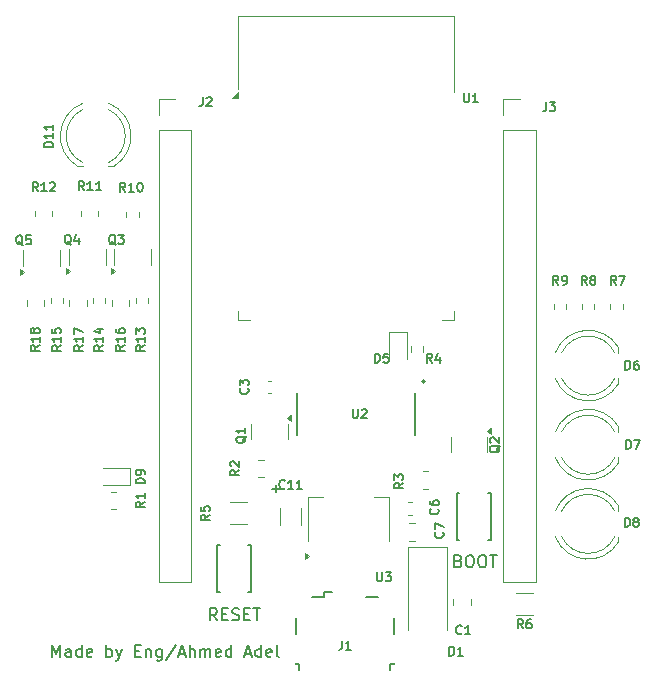
<source format=gbr>
%TF.GenerationSoftware,KiCad,Pcbnew,9.0.2*%
%TF.CreationDate,2025-10-01T22:28:11+03:00*%
%TF.ProjectId,customESP32board,63757374-6f6d-4455-9350-3332626f6172,rev?*%
%TF.SameCoordinates,Original*%
%TF.FileFunction,Legend,Top*%
%TF.FilePolarity,Positive*%
%FSLAX46Y46*%
G04 Gerber Fmt 4.6, Leading zero omitted, Abs format (unit mm)*
G04 Created by KiCad (PCBNEW 9.0.2) date 2025-10-01 22:28:11*
%MOMM*%
%LPD*%
G01*
G04 APERTURE LIST*
%ADD10C,0.127000*%
%ADD11C,0.203200*%
%ADD12C,0.150000*%
%ADD13C,0.120000*%
%ADD14C,0.200000*%
G04 APERTURE END LIST*
D10*
X127864980Y-113409856D02*
X128445552Y-113409856D01*
X128155266Y-113700141D02*
X128155266Y-113119570D01*
D11*
X143614255Y-119532903D02*
X143759398Y-119581284D01*
X143759398Y-119581284D02*
X143807779Y-119629665D01*
X143807779Y-119629665D02*
X143856160Y-119726427D01*
X143856160Y-119726427D02*
X143856160Y-119871570D01*
X143856160Y-119871570D02*
X143807779Y-119968332D01*
X143807779Y-119968332D02*
X143759398Y-120016713D01*
X143759398Y-120016713D02*
X143662636Y-120065093D01*
X143662636Y-120065093D02*
X143275588Y-120065093D01*
X143275588Y-120065093D02*
X143275588Y-119049093D01*
X143275588Y-119049093D02*
X143614255Y-119049093D01*
X143614255Y-119049093D02*
X143711017Y-119097474D01*
X143711017Y-119097474D02*
X143759398Y-119145855D01*
X143759398Y-119145855D02*
X143807779Y-119242617D01*
X143807779Y-119242617D02*
X143807779Y-119339379D01*
X143807779Y-119339379D02*
X143759398Y-119436141D01*
X143759398Y-119436141D02*
X143711017Y-119484522D01*
X143711017Y-119484522D02*
X143614255Y-119532903D01*
X143614255Y-119532903D02*
X143275588Y-119532903D01*
X144485112Y-119049093D02*
X144678636Y-119049093D01*
X144678636Y-119049093D02*
X144775398Y-119097474D01*
X144775398Y-119097474D02*
X144872160Y-119194236D01*
X144872160Y-119194236D02*
X144920541Y-119387760D01*
X144920541Y-119387760D02*
X144920541Y-119726427D01*
X144920541Y-119726427D02*
X144872160Y-119919951D01*
X144872160Y-119919951D02*
X144775398Y-120016713D01*
X144775398Y-120016713D02*
X144678636Y-120065093D01*
X144678636Y-120065093D02*
X144485112Y-120065093D01*
X144485112Y-120065093D02*
X144388350Y-120016713D01*
X144388350Y-120016713D02*
X144291588Y-119919951D01*
X144291588Y-119919951D02*
X144243207Y-119726427D01*
X144243207Y-119726427D02*
X144243207Y-119387760D01*
X144243207Y-119387760D02*
X144291588Y-119194236D01*
X144291588Y-119194236D02*
X144388350Y-119097474D01*
X144388350Y-119097474D02*
X144485112Y-119049093D01*
X145549493Y-119049093D02*
X145743017Y-119049093D01*
X145743017Y-119049093D02*
X145839779Y-119097474D01*
X145839779Y-119097474D02*
X145936541Y-119194236D01*
X145936541Y-119194236D02*
X145984922Y-119387760D01*
X145984922Y-119387760D02*
X145984922Y-119726427D01*
X145984922Y-119726427D02*
X145936541Y-119919951D01*
X145936541Y-119919951D02*
X145839779Y-120016713D01*
X145839779Y-120016713D02*
X145743017Y-120065093D01*
X145743017Y-120065093D02*
X145549493Y-120065093D01*
X145549493Y-120065093D02*
X145452731Y-120016713D01*
X145452731Y-120016713D02*
X145355969Y-119919951D01*
X145355969Y-119919951D02*
X145307588Y-119726427D01*
X145307588Y-119726427D02*
X145307588Y-119387760D01*
X145307588Y-119387760D02*
X145355969Y-119194236D01*
X145355969Y-119194236D02*
X145452731Y-119097474D01*
X145452731Y-119097474D02*
X145549493Y-119049093D01*
X146275207Y-119049093D02*
X146855779Y-119049093D01*
X146565493Y-120065093D02*
X146565493Y-119049093D01*
X123156160Y-124565093D02*
X122817493Y-124081284D01*
X122575588Y-124565093D02*
X122575588Y-123549093D01*
X122575588Y-123549093D02*
X122962636Y-123549093D01*
X122962636Y-123549093D02*
X123059398Y-123597474D01*
X123059398Y-123597474D02*
X123107779Y-123645855D01*
X123107779Y-123645855D02*
X123156160Y-123742617D01*
X123156160Y-123742617D02*
X123156160Y-123887760D01*
X123156160Y-123887760D02*
X123107779Y-123984522D01*
X123107779Y-123984522D02*
X123059398Y-124032903D01*
X123059398Y-124032903D02*
X122962636Y-124081284D01*
X122962636Y-124081284D02*
X122575588Y-124081284D01*
X123591588Y-124032903D02*
X123930255Y-124032903D01*
X124075398Y-124565093D02*
X123591588Y-124565093D01*
X123591588Y-124565093D02*
X123591588Y-123549093D01*
X123591588Y-123549093D02*
X124075398Y-123549093D01*
X124462445Y-124516713D02*
X124607588Y-124565093D01*
X124607588Y-124565093D02*
X124849493Y-124565093D01*
X124849493Y-124565093D02*
X124946255Y-124516713D01*
X124946255Y-124516713D02*
X124994636Y-124468332D01*
X124994636Y-124468332D02*
X125043017Y-124371570D01*
X125043017Y-124371570D02*
X125043017Y-124274808D01*
X125043017Y-124274808D02*
X124994636Y-124178046D01*
X124994636Y-124178046D02*
X124946255Y-124129665D01*
X124946255Y-124129665D02*
X124849493Y-124081284D01*
X124849493Y-124081284D02*
X124655969Y-124032903D01*
X124655969Y-124032903D02*
X124559207Y-123984522D01*
X124559207Y-123984522D02*
X124510826Y-123936141D01*
X124510826Y-123936141D02*
X124462445Y-123839379D01*
X124462445Y-123839379D02*
X124462445Y-123742617D01*
X124462445Y-123742617D02*
X124510826Y-123645855D01*
X124510826Y-123645855D02*
X124559207Y-123597474D01*
X124559207Y-123597474D02*
X124655969Y-123549093D01*
X124655969Y-123549093D02*
X124897874Y-123549093D01*
X124897874Y-123549093D02*
X125043017Y-123597474D01*
X125478445Y-124032903D02*
X125817112Y-124032903D01*
X125962255Y-124565093D02*
X125478445Y-124565093D01*
X125478445Y-124565093D02*
X125478445Y-123549093D01*
X125478445Y-123549093D02*
X125962255Y-123549093D01*
X126252540Y-123549093D02*
X126833112Y-123549093D01*
X126542826Y-124565093D02*
X126542826Y-123549093D01*
D12*
X109236779Y-127669819D02*
X109236779Y-126669819D01*
X109236779Y-126669819D02*
X109570112Y-127384104D01*
X109570112Y-127384104D02*
X109903445Y-126669819D01*
X109903445Y-126669819D02*
X109903445Y-127669819D01*
X110808207Y-127669819D02*
X110808207Y-127146009D01*
X110808207Y-127146009D02*
X110760588Y-127050771D01*
X110760588Y-127050771D02*
X110665350Y-127003152D01*
X110665350Y-127003152D02*
X110474874Y-127003152D01*
X110474874Y-127003152D02*
X110379636Y-127050771D01*
X110808207Y-127622200D02*
X110712969Y-127669819D01*
X110712969Y-127669819D02*
X110474874Y-127669819D01*
X110474874Y-127669819D02*
X110379636Y-127622200D01*
X110379636Y-127622200D02*
X110332017Y-127526961D01*
X110332017Y-127526961D02*
X110332017Y-127431723D01*
X110332017Y-127431723D02*
X110379636Y-127336485D01*
X110379636Y-127336485D02*
X110474874Y-127288866D01*
X110474874Y-127288866D02*
X110712969Y-127288866D01*
X110712969Y-127288866D02*
X110808207Y-127241247D01*
X111712969Y-127669819D02*
X111712969Y-126669819D01*
X111712969Y-127622200D02*
X111617731Y-127669819D01*
X111617731Y-127669819D02*
X111427255Y-127669819D01*
X111427255Y-127669819D02*
X111332017Y-127622200D01*
X111332017Y-127622200D02*
X111284398Y-127574580D01*
X111284398Y-127574580D02*
X111236779Y-127479342D01*
X111236779Y-127479342D02*
X111236779Y-127193628D01*
X111236779Y-127193628D02*
X111284398Y-127098390D01*
X111284398Y-127098390D02*
X111332017Y-127050771D01*
X111332017Y-127050771D02*
X111427255Y-127003152D01*
X111427255Y-127003152D02*
X111617731Y-127003152D01*
X111617731Y-127003152D02*
X111712969Y-127050771D01*
X112570112Y-127622200D02*
X112474874Y-127669819D01*
X112474874Y-127669819D02*
X112284398Y-127669819D01*
X112284398Y-127669819D02*
X112189160Y-127622200D01*
X112189160Y-127622200D02*
X112141541Y-127526961D01*
X112141541Y-127526961D02*
X112141541Y-127146009D01*
X112141541Y-127146009D02*
X112189160Y-127050771D01*
X112189160Y-127050771D02*
X112284398Y-127003152D01*
X112284398Y-127003152D02*
X112474874Y-127003152D01*
X112474874Y-127003152D02*
X112570112Y-127050771D01*
X112570112Y-127050771D02*
X112617731Y-127146009D01*
X112617731Y-127146009D02*
X112617731Y-127241247D01*
X112617731Y-127241247D02*
X112141541Y-127336485D01*
X113808208Y-127669819D02*
X113808208Y-126669819D01*
X113808208Y-127050771D02*
X113903446Y-127003152D01*
X113903446Y-127003152D02*
X114093922Y-127003152D01*
X114093922Y-127003152D02*
X114189160Y-127050771D01*
X114189160Y-127050771D02*
X114236779Y-127098390D01*
X114236779Y-127098390D02*
X114284398Y-127193628D01*
X114284398Y-127193628D02*
X114284398Y-127479342D01*
X114284398Y-127479342D02*
X114236779Y-127574580D01*
X114236779Y-127574580D02*
X114189160Y-127622200D01*
X114189160Y-127622200D02*
X114093922Y-127669819D01*
X114093922Y-127669819D02*
X113903446Y-127669819D01*
X113903446Y-127669819D02*
X113808208Y-127622200D01*
X114617732Y-127003152D02*
X114855827Y-127669819D01*
X115093922Y-127003152D02*
X114855827Y-127669819D01*
X114855827Y-127669819D02*
X114760589Y-127907914D01*
X114760589Y-127907914D02*
X114712970Y-127955533D01*
X114712970Y-127955533D02*
X114617732Y-128003152D01*
X116236780Y-127146009D02*
X116570113Y-127146009D01*
X116712970Y-127669819D02*
X116236780Y-127669819D01*
X116236780Y-127669819D02*
X116236780Y-126669819D01*
X116236780Y-126669819D02*
X116712970Y-126669819D01*
X117141542Y-127003152D02*
X117141542Y-127669819D01*
X117141542Y-127098390D02*
X117189161Y-127050771D01*
X117189161Y-127050771D02*
X117284399Y-127003152D01*
X117284399Y-127003152D02*
X117427256Y-127003152D01*
X117427256Y-127003152D02*
X117522494Y-127050771D01*
X117522494Y-127050771D02*
X117570113Y-127146009D01*
X117570113Y-127146009D02*
X117570113Y-127669819D01*
X118474875Y-127003152D02*
X118474875Y-127812676D01*
X118474875Y-127812676D02*
X118427256Y-127907914D01*
X118427256Y-127907914D02*
X118379637Y-127955533D01*
X118379637Y-127955533D02*
X118284399Y-128003152D01*
X118284399Y-128003152D02*
X118141542Y-128003152D01*
X118141542Y-128003152D02*
X118046304Y-127955533D01*
X118474875Y-127622200D02*
X118379637Y-127669819D01*
X118379637Y-127669819D02*
X118189161Y-127669819D01*
X118189161Y-127669819D02*
X118093923Y-127622200D01*
X118093923Y-127622200D02*
X118046304Y-127574580D01*
X118046304Y-127574580D02*
X117998685Y-127479342D01*
X117998685Y-127479342D02*
X117998685Y-127193628D01*
X117998685Y-127193628D02*
X118046304Y-127098390D01*
X118046304Y-127098390D02*
X118093923Y-127050771D01*
X118093923Y-127050771D02*
X118189161Y-127003152D01*
X118189161Y-127003152D02*
X118379637Y-127003152D01*
X118379637Y-127003152D02*
X118474875Y-127050771D01*
X119665351Y-126622200D02*
X118808209Y-127907914D01*
X119951066Y-127384104D02*
X120427256Y-127384104D01*
X119855828Y-127669819D02*
X120189161Y-126669819D01*
X120189161Y-126669819D02*
X120522494Y-127669819D01*
X120855828Y-127669819D02*
X120855828Y-126669819D01*
X121284399Y-127669819D02*
X121284399Y-127146009D01*
X121284399Y-127146009D02*
X121236780Y-127050771D01*
X121236780Y-127050771D02*
X121141542Y-127003152D01*
X121141542Y-127003152D02*
X120998685Y-127003152D01*
X120998685Y-127003152D02*
X120903447Y-127050771D01*
X120903447Y-127050771D02*
X120855828Y-127098390D01*
X121760590Y-127669819D02*
X121760590Y-127003152D01*
X121760590Y-127098390D02*
X121808209Y-127050771D01*
X121808209Y-127050771D02*
X121903447Y-127003152D01*
X121903447Y-127003152D02*
X122046304Y-127003152D01*
X122046304Y-127003152D02*
X122141542Y-127050771D01*
X122141542Y-127050771D02*
X122189161Y-127146009D01*
X122189161Y-127146009D02*
X122189161Y-127669819D01*
X122189161Y-127146009D02*
X122236780Y-127050771D01*
X122236780Y-127050771D02*
X122332018Y-127003152D01*
X122332018Y-127003152D02*
X122474875Y-127003152D01*
X122474875Y-127003152D02*
X122570114Y-127050771D01*
X122570114Y-127050771D02*
X122617733Y-127146009D01*
X122617733Y-127146009D02*
X122617733Y-127669819D01*
X123474875Y-127622200D02*
X123379637Y-127669819D01*
X123379637Y-127669819D02*
X123189161Y-127669819D01*
X123189161Y-127669819D02*
X123093923Y-127622200D01*
X123093923Y-127622200D02*
X123046304Y-127526961D01*
X123046304Y-127526961D02*
X123046304Y-127146009D01*
X123046304Y-127146009D02*
X123093923Y-127050771D01*
X123093923Y-127050771D02*
X123189161Y-127003152D01*
X123189161Y-127003152D02*
X123379637Y-127003152D01*
X123379637Y-127003152D02*
X123474875Y-127050771D01*
X123474875Y-127050771D02*
X123522494Y-127146009D01*
X123522494Y-127146009D02*
X123522494Y-127241247D01*
X123522494Y-127241247D02*
X123046304Y-127336485D01*
X124379637Y-127669819D02*
X124379637Y-126669819D01*
X124379637Y-127622200D02*
X124284399Y-127669819D01*
X124284399Y-127669819D02*
X124093923Y-127669819D01*
X124093923Y-127669819D02*
X123998685Y-127622200D01*
X123998685Y-127622200D02*
X123951066Y-127574580D01*
X123951066Y-127574580D02*
X123903447Y-127479342D01*
X123903447Y-127479342D02*
X123903447Y-127193628D01*
X123903447Y-127193628D02*
X123951066Y-127098390D01*
X123951066Y-127098390D02*
X123998685Y-127050771D01*
X123998685Y-127050771D02*
X124093923Y-127003152D01*
X124093923Y-127003152D02*
X124284399Y-127003152D01*
X124284399Y-127003152D02*
X124379637Y-127050771D01*
X125570114Y-127384104D02*
X126046304Y-127384104D01*
X125474876Y-127669819D02*
X125808209Y-126669819D01*
X125808209Y-126669819D02*
X126141542Y-127669819D01*
X126903447Y-127669819D02*
X126903447Y-126669819D01*
X126903447Y-127622200D02*
X126808209Y-127669819D01*
X126808209Y-127669819D02*
X126617733Y-127669819D01*
X126617733Y-127669819D02*
X126522495Y-127622200D01*
X126522495Y-127622200D02*
X126474876Y-127574580D01*
X126474876Y-127574580D02*
X126427257Y-127479342D01*
X126427257Y-127479342D02*
X126427257Y-127193628D01*
X126427257Y-127193628D02*
X126474876Y-127098390D01*
X126474876Y-127098390D02*
X126522495Y-127050771D01*
X126522495Y-127050771D02*
X126617733Y-127003152D01*
X126617733Y-127003152D02*
X126808209Y-127003152D01*
X126808209Y-127003152D02*
X126903447Y-127050771D01*
X127760590Y-127622200D02*
X127665352Y-127669819D01*
X127665352Y-127669819D02*
X127474876Y-127669819D01*
X127474876Y-127669819D02*
X127379638Y-127622200D01*
X127379638Y-127622200D02*
X127332019Y-127526961D01*
X127332019Y-127526961D02*
X127332019Y-127146009D01*
X127332019Y-127146009D02*
X127379638Y-127050771D01*
X127379638Y-127050771D02*
X127474876Y-127003152D01*
X127474876Y-127003152D02*
X127665352Y-127003152D01*
X127665352Y-127003152D02*
X127760590Y-127050771D01*
X127760590Y-127050771D02*
X127808209Y-127146009D01*
X127808209Y-127146009D02*
X127808209Y-127241247D01*
X127808209Y-127241247D02*
X127332019Y-127336485D01*
X128379638Y-127669819D02*
X128284400Y-127622200D01*
X128284400Y-127622200D02*
X128236781Y-127526961D01*
X128236781Y-127526961D02*
X128236781Y-126669819D01*
D10*
X138945911Y-112926999D02*
X138583054Y-113180999D01*
X138945911Y-113362428D02*
X138183911Y-113362428D01*
X138183911Y-113362428D02*
X138183911Y-113072142D01*
X138183911Y-113072142D02*
X138220197Y-112999571D01*
X138220197Y-112999571D02*
X138256483Y-112963285D01*
X138256483Y-112963285D02*
X138329054Y-112926999D01*
X138329054Y-112926999D02*
X138437911Y-112926999D01*
X138437911Y-112926999D02*
X138510483Y-112963285D01*
X138510483Y-112963285D02*
X138546768Y-112999571D01*
X138546768Y-112999571D02*
X138583054Y-113072142D01*
X138583054Y-113072142D02*
X138583054Y-113362428D01*
X138183911Y-112672999D02*
X138183911Y-112201285D01*
X138183911Y-112201285D02*
X138474197Y-112455285D01*
X138474197Y-112455285D02*
X138474197Y-112346428D01*
X138474197Y-112346428D02*
X138510483Y-112273857D01*
X138510483Y-112273857D02*
X138546768Y-112237571D01*
X138546768Y-112237571D02*
X138619340Y-112201285D01*
X138619340Y-112201285D02*
X138800768Y-112201285D01*
X138800768Y-112201285D02*
X138873340Y-112237571D01*
X138873340Y-112237571D02*
X138909626Y-112273857D01*
X138909626Y-112273857D02*
X138945911Y-112346428D01*
X138945911Y-112346428D02*
X138945911Y-112564142D01*
X138945911Y-112564142D02*
X138909626Y-112636714D01*
X138909626Y-112636714D02*
X138873340Y-112672999D01*
X142273340Y-117126999D02*
X142309626Y-117163285D01*
X142309626Y-117163285D02*
X142345911Y-117272142D01*
X142345911Y-117272142D02*
X142345911Y-117344714D01*
X142345911Y-117344714D02*
X142309626Y-117453571D01*
X142309626Y-117453571D02*
X142237054Y-117526142D01*
X142237054Y-117526142D02*
X142164483Y-117562428D01*
X142164483Y-117562428D02*
X142019340Y-117598714D01*
X142019340Y-117598714D02*
X141910483Y-117598714D01*
X141910483Y-117598714D02*
X141765340Y-117562428D01*
X141765340Y-117562428D02*
X141692768Y-117526142D01*
X141692768Y-117526142D02*
X141620197Y-117453571D01*
X141620197Y-117453571D02*
X141583911Y-117344714D01*
X141583911Y-117344714D02*
X141583911Y-117272142D01*
X141583911Y-117272142D02*
X141620197Y-117163285D01*
X141620197Y-117163285D02*
X141656483Y-117126999D01*
X141583911Y-116872999D02*
X141583911Y-116364999D01*
X141583911Y-116364999D02*
X142345911Y-116691571D01*
X125045911Y-111826999D02*
X124683054Y-112080999D01*
X125045911Y-112262428D02*
X124283911Y-112262428D01*
X124283911Y-112262428D02*
X124283911Y-111972142D01*
X124283911Y-111972142D02*
X124320197Y-111899571D01*
X124320197Y-111899571D02*
X124356483Y-111863285D01*
X124356483Y-111863285D02*
X124429054Y-111826999D01*
X124429054Y-111826999D02*
X124537911Y-111826999D01*
X124537911Y-111826999D02*
X124610483Y-111863285D01*
X124610483Y-111863285D02*
X124646768Y-111899571D01*
X124646768Y-111899571D02*
X124683054Y-111972142D01*
X124683054Y-111972142D02*
X124683054Y-112262428D01*
X124356483Y-111536714D02*
X124320197Y-111500428D01*
X124320197Y-111500428D02*
X124283911Y-111427857D01*
X124283911Y-111427857D02*
X124283911Y-111246428D01*
X124283911Y-111246428D02*
X124320197Y-111173857D01*
X124320197Y-111173857D02*
X124356483Y-111137571D01*
X124356483Y-111137571D02*
X124429054Y-111101285D01*
X124429054Y-111101285D02*
X124501626Y-111101285D01*
X124501626Y-111101285D02*
X124610483Y-111137571D01*
X124610483Y-111137571D02*
X125045911Y-111572999D01*
X125045911Y-111572999D02*
X125045911Y-111101285D01*
X136537571Y-102745911D02*
X136537571Y-101983911D01*
X136537571Y-101983911D02*
X136719000Y-101983911D01*
X136719000Y-101983911D02*
X136827857Y-102020197D01*
X136827857Y-102020197D02*
X136900428Y-102092768D01*
X136900428Y-102092768D02*
X136936714Y-102165340D01*
X136936714Y-102165340D02*
X136973000Y-102310483D01*
X136973000Y-102310483D02*
X136973000Y-102419340D01*
X136973000Y-102419340D02*
X136936714Y-102564483D01*
X136936714Y-102564483D02*
X136900428Y-102637054D01*
X136900428Y-102637054D02*
X136827857Y-102709626D01*
X136827857Y-102709626D02*
X136719000Y-102745911D01*
X136719000Y-102745911D02*
X136537571Y-102745911D01*
X137662428Y-101983911D02*
X137299571Y-101983911D01*
X137299571Y-101983911D02*
X137263285Y-102346768D01*
X137263285Y-102346768D02*
X137299571Y-102310483D01*
X137299571Y-102310483D02*
X137372143Y-102274197D01*
X137372143Y-102274197D02*
X137553571Y-102274197D01*
X137553571Y-102274197D02*
X137626143Y-102310483D01*
X137626143Y-102310483D02*
X137662428Y-102346768D01*
X137662428Y-102346768D02*
X137698714Y-102419340D01*
X137698714Y-102419340D02*
X137698714Y-102600768D01*
X137698714Y-102600768D02*
X137662428Y-102673340D01*
X137662428Y-102673340D02*
X137626143Y-102709626D01*
X137626143Y-102709626D02*
X137553571Y-102745911D01*
X137553571Y-102745911D02*
X137372143Y-102745911D01*
X137372143Y-102745911D02*
X137299571Y-102709626D01*
X137299571Y-102709626D02*
X137263285Y-102673340D01*
X128910143Y-113373340D02*
X128873857Y-113409626D01*
X128873857Y-113409626D02*
X128765000Y-113445911D01*
X128765000Y-113445911D02*
X128692428Y-113445911D01*
X128692428Y-113445911D02*
X128583571Y-113409626D01*
X128583571Y-113409626D02*
X128511000Y-113337054D01*
X128511000Y-113337054D02*
X128474714Y-113264483D01*
X128474714Y-113264483D02*
X128438428Y-113119340D01*
X128438428Y-113119340D02*
X128438428Y-113010483D01*
X128438428Y-113010483D02*
X128474714Y-112865340D01*
X128474714Y-112865340D02*
X128511000Y-112792768D01*
X128511000Y-112792768D02*
X128583571Y-112720197D01*
X128583571Y-112720197D02*
X128692428Y-112683911D01*
X128692428Y-112683911D02*
X128765000Y-112683911D01*
X128765000Y-112683911D02*
X128873857Y-112720197D01*
X128873857Y-112720197D02*
X128910143Y-112756483D01*
X129635857Y-113445911D02*
X129200428Y-113445911D01*
X129418143Y-113445911D02*
X129418143Y-112683911D01*
X129418143Y-112683911D02*
X129345571Y-112792768D01*
X129345571Y-112792768D02*
X129273000Y-112865340D01*
X129273000Y-112865340D02*
X129200428Y-112901626D01*
X130361571Y-113445911D02*
X129926142Y-113445911D01*
X130143857Y-113445911D02*
X130143857Y-112683911D01*
X130143857Y-112683911D02*
X130071285Y-112792768D01*
X130071285Y-112792768D02*
X129998714Y-112865340D01*
X129998714Y-112865340D02*
X129926142Y-112901626D01*
X143873000Y-125673340D02*
X143836714Y-125709626D01*
X143836714Y-125709626D02*
X143727857Y-125745911D01*
X143727857Y-125745911D02*
X143655285Y-125745911D01*
X143655285Y-125745911D02*
X143546428Y-125709626D01*
X143546428Y-125709626D02*
X143473857Y-125637054D01*
X143473857Y-125637054D02*
X143437571Y-125564483D01*
X143437571Y-125564483D02*
X143401285Y-125419340D01*
X143401285Y-125419340D02*
X143401285Y-125310483D01*
X143401285Y-125310483D02*
X143437571Y-125165340D01*
X143437571Y-125165340D02*
X143473857Y-125092768D01*
X143473857Y-125092768D02*
X143546428Y-125020197D01*
X143546428Y-125020197D02*
X143655285Y-124983911D01*
X143655285Y-124983911D02*
X143727857Y-124983911D01*
X143727857Y-124983911D02*
X143836714Y-125020197D01*
X143836714Y-125020197D02*
X143873000Y-125056483D01*
X144598714Y-125745911D02*
X144163285Y-125745911D01*
X144381000Y-125745911D02*
X144381000Y-124983911D01*
X144381000Y-124983911D02*
X144308428Y-125092768D01*
X144308428Y-125092768D02*
X144235857Y-125165340D01*
X144235857Y-125165340D02*
X144163285Y-125201626D01*
X109285911Y-84490285D02*
X108523911Y-84490285D01*
X108523911Y-84490285D02*
X108523911Y-84308856D01*
X108523911Y-84308856D02*
X108560197Y-84199999D01*
X108560197Y-84199999D02*
X108632768Y-84127428D01*
X108632768Y-84127428D02*
X108705340Y-84091142D01*
X108705340Y-84091142D02*
X108850483Y-84054856D01*
X108850483Y-84054856D02*
X108959340Y-84054856D01*
X108959340Y-84054856D02*
X109104483Y-84091142D01*
X109104483Y-84091142D02*
X109177054Y-84127428D01*
X109177054Y-84127428D02*
X109249626Y-84199999D01*
X109249626Y-84199999D02*
X109285911Y-84308856D01*
X109285911Y-84308856D02*
X109285911Y-84490285D01*
X109285911Y-83329142D02*
X109285911Y-83764571D01*
X109285911Y-83546856D02*
X108523911Y-83546856D01*
X108523911Y-83546856D02*
X108632768Y-83619428D01*
X108632768Y-83619428D02*
X108705340Y-83691999D01*
X108705340Y-83691999D02*
X108741626Y-83764571D01*
X109285911Y-82603428D02*
X109285911Y-83038857D01*
X109285911Y-82821142D02*
X108523911Y-82821142D01*
X108523911Y-82821142D02*
X108632768Y-82893714D01*
X108632768Y-82893714D02*
X108705340Y-82966285D01*
X108705340Y-82966285D02*
X108741626Y-83038857D01*
X144064428Y-79948911D02*
X144064428Y-80565768D01*
X144064428Y-80565768D02*
X144100714Y-80638340D01*
X144100714Y-80638340D02*
X144137000Y-80674626D01*
X144137000Y-80674626D02*
X144209571Y-80710911D01*
X144209571Y-80710911D02*
X144354714Y-80710911D01*
X144354714Y-80710911D02*
X144427285Y-80674626D01*
X144427285Y-80674626D02*
X144463571Y-80638340D01*
X144463571Y-80638340D02*
X144499857Y-80565768D01*
X144499857Y-80565768D02*
X144499857Y-79948911D01*
X145261857Y-80710911D02*
X144826428Y-80710911D01*
X145044143Y-80710911D02*
X145044143Y-79948911D01*
X145044143Y-79948911D02*
X144971571Y-80057768D01*
X144971571Y-80057768D02*
X144899000Y-80130340D01*
X144899000Y-80130340D02*
X144826428Y-80166626D01*
X154473000Y-96145911D02*
X154219000Y-95783054D01*
X154037571Y-96145911D02*
X154037571Y-95383911D01*
X154037571Y-95383911D02*
X154327857Y-95383911D01*
X154327857Y-95383911D02*
X154400428Y-95420197D01*
X154400428Y-95420197D02*
X154436714Y-95456483D01*
X154436714Y-95456483D02*
X154473000Y-95529054D01*
X154473000Y-95529054D02*
X154473000Y-95637911D01*
X154473000Y-95637911D02*
X154436714Y-95710483D01*
X154436714Y-95710483D02*
X154400428Y-95746768D01*
X154400428Y-95746768D02*
X154327857Y-95783054D01*
X154327857Y-95783054D02*
X154037571Y-95783054D01*
X154908428Y-95710483D02*
X154835857Y-95674197D01*
X154835857Y-95674197D02*
X154799571Y-95637911D01*
X154799571Y-95637911D02*
X154763285Y-95565340D01*
X154763285Y-95565340D02*
X154763285Y-95529054D01*
X154763285Y-95529054D02*
X154799571Y-95456483D01*
X154799571Y-95456483D02*
X154835857Y-95420197D01*
X154835857Y-95420197D02*
X154908428Y-95383911D01*
X154908428Y-95383911D02*
X155053571Y-95383911D01*
X155053571Y-95383911D02*
X155126143Y-95420197D01*
X155126143Y-95420197D02*
X155162428Y-95456483D01*
X155162428Y-95456483D02*
X155198714Y-95529054D01*
X155198714Y-95529054D02*
X155198714Y-95565340D01*
X155198714Y-95565340D02*
X155162428Y-95637911D01*
X155162428Y-95637911D02*
X155126143Y-95674197D01*
X155126143Y-95674197D02*
X155053571Y-95710483D01*
X155053571Y-95710483D02*
X154908428Y-95710483D01*
X154908428Y-95710483D02*
X154835857Y-95746768D01*
X154835857Y-95746768D02*
X154799571Y-95783054D01*
X154799571Y-95783054D02*
X154763285Y-95855626D01*
X154763285Y-95855626D02*
X154763285Y-96000768D01*
X154763285Y-96000768D02*
X154799571Y-96073340D01*
X154799571Y-96073340D02*
X154835857Y-96109626D01*
X154835857Y-96109626D02*
X154908428Y-96145911D01*
X154908428Y-96145911D02*
X155053571Y-96145911D01*
X155053571Y-96145911D02*
X155126143Y-96109626D01*
X155126143Y-96109626D02*
X155162428Y-96073340D01*
X155162428Y-96073340D02*
X155198714Y-96000768D01*
X155198714Y-96000768D02*
X155198714Y-95855626D01*
X155198714Y-95855626D02*
X155162428Y-95783054D01*
X155162428Y-95783054D02*
X155126143Y-95746768D01*
X155126143Y-95746768D02*
X155053571Y-95710483D01*
X108010143Y-88245911D02*
X107756143Y-87883054D01*
X107574714Y-88245911D02*
X107574714Y-87483911D01*
X107574714Y-87483911D02*
X107865000Y-87483911D01*
X107865000Y-87483911D02*
X107937571Y-87520197D01*
X107937571Y-87520197D02*
X107973857Y-87556483D01*
X107973857Y-87556483D02*
X108010143Y-87629054D01*
X108010143Y-87629054D02*
X108010143Y-87737911D01*
X108010143Y-87737911D02*
X107973857Y-87810483D01*
X107973857Y-87810483D02*
X107937571Y-87846768D01*
X107937571Y-87846768D02*
X107865000Y-87883054D01*
X107865000Y-87883054D02*
X107574714Y-87883054D01*
X108735857Y-88245911D02*
X108300428Y-88245911D01*
X108518143Y-88245911D02*
X108518143Y-87483911D01*
X108518143Y-87483911D02*
X108445571Y-87592768D01*
X108445571Y-87592768D02*
X108373000Y-87665340D01*
X108373000Y-87665340D02*
X108300428Y-87701626D01*
X109026142Y-87556483D02*
X109062428Y-87520197D01*
X109062428Y-87520197D02*
X109135000Y-87483911D01*
X109135000Y-87483911D02*
X109316428Y-87483911D01*
X109316428Y-87483911D02*
X109389000Y-87520197D01*
X109389000Y-87520197D02*
X109425285Y-87556483D01*
X109425285Y-87556483D02*
X109461571Y-87629054D01*
X109461571Y-87629054D02*
X109461571Y-87701626D01*
X109461571Y-87701626D02*
X109425285Y-87810483D01*
X109425285Y-87810483D02*
X108989857Y-88245911D01*
X108989857Y-88245911D02*
X109461571Y-88245911D01*
X117045911Y-101289856D02*
X116683054Y-101543856D01*
X117045911Y-101725285D02*
X116283911Y-101725285D01*
X116283911Y-101725285D02*
X116283911Y-101434999D01*
X116283911Y-101434999D02*
X116320197Y-101362428D01*
X116320197Y-101362428D02*
X116356483Y-101326142D01*
X116356483Y-101326142D02*
X116429054Y-101289856D01*
X116429054Y-101289856D02*
X116537911Y-101289856D01*
X116537911Y-101289856D02*
X116610483Y-101326142D01*
X116610483Y-101326142D02*
X116646768Y-101362428D01*
X116646768Y-101362428D02*
X116683054Y-101434999D01*
X116683054Y-101434999D02*
X116683054Y-101725285D01*
X117045911Y-100564142D02*
X117045911Y-100999571D01*
X117045911Y-100781856D02*
X116283911Y-100781856D01*
X116283911Y-100781856D02*
X116392768Y-100854428D01*
X116392768Y-100854428D02*
X116465340Y-100926999D01*
X116465340Y-100926999D02*
X116501626Y-100999571D01*
X116283911Y-100310142D02*
X116283911Y-99838428D01*
X116283911Y-99838428D02*
X116574197Y-100092428D01*
X116574197Y-100092428D02*
X116574197Y-99983571D01*
X116574197Y-99983571D02*
X116610483Y-99911000D01*
X116610483Y-99911000D02*
X116646768Y-99874714D01*
X116646768Y-99874714D02*
X116719340Y-99838428D01*
X116719340Y-99838428D02*
X116900768Y-99838428D01*
X116900768Y-99838428D02*
X116973340Y-99874714D01*
X116973340Y-99874714D02*
X117009626Y-99911000D01*
X117009626Y-99911000D02*
X117045911Y-99983571D01*
X117045911Y-99983571D02*
X117045911Y-100201285D01*
X117045911Y-100201285D02*
X117009626Y-100273857D01*
X117009626Y-100273857D02*
X116973340Y-100310142D01*
X117045911Y-112962428D02*
X116283911Y-112962428D01*
X116283911Y-112962428D02*
X116283911Y-112780999D01*
X116283911Y-112780999D02*
X116320197Y-112672142D01*
X116320197Y-112672142D02*
X116392768Y-112599571D01*
X116392768Y-112599571D02*
X116465340Y-112563285D01*
X116465340Y-112563285D02*
X116610483Y-112526999D01*
X116610483Y-112526999D02*
X116719340Y-112526999D01*
X116719340Y-112526999D02*
X116864483Y-112563285D01*
X116864483Y-112563285D02*
X116937054Y-112599571D01*
X116937054Y-112599571D02*
X117009626Y-112672142D01*
X117009626Y-112672142D02*
X117045911Y-112780999D01*
X117045911Y-112780999D02*
X117045911Y-112962428D01*
X117045911Y-112164142D02*
X117045911Y-112018999D01*
X117045911Y-112018999D02*
X117009626Y-111946428D01*
X117009626Y-111946428D02*
X116973340Y-111910142D01*
X116973340Y-111910142D02*
X116864483Y-111837571D01*
X116864483Y-111837571D02*
X116719340Y-111801285D01*
X116719340Y-111801285D02*
X116429054Y-111801285D01*
X116429054Y-111801285D02*
X116356483Y-111837571D01*
X116356483Y-111837571D02*
X116320197Y-111873857D01*
X116320197Y-111873857D02*
X116283911Y-111946428D01*
X116283911Y-111946428D02*
X116283911Y-112091571D01*
X116283911Y-112091571D02*
X116320197Y-112164142D01*
X116320197Y-112164142D02*
X116356483Y-112200428D01*
X116356483Y-112200428D02*
X116429054Y-112236714D01*
X116429054Y-112236714D02*
X116610483Y-112236714D01*
X116610483Y-112236714D02*
X116683054Y-112200428D01*
X116683054Y-112200428D02*
X116719340Y-112164142D01*
X116719340Y-112164142D02*
X116755626Y-112091571D01*
X116755626Y-112091571D02*
X116755626Y-111946428D01*
X116755626Y-111946428D02*
X116719340Y-111873857D01*
X116719340Y-111873857D02*
X116683054Y-111837571D01*
X116683054Y-111837571D02*
X116610483Y-111801285D01*
X111845911Y-101289856D02*
X111483054Y-101543856D01*
X111845911Y-101725285D02*
X111083911Y-101725285D01*
X111083911Y-101725285D02*
X111083911Y-101434999D01*
X111083911Y-101434999D02*
X111120197Y-101362428D01*
X111120197Y-101362428D02*
X111156483Y-101326142D01*
X111156483Y-101326142D02*
X111229054Y-101289856D01*
X111229054Y-101289856D02*
X111337911Y-101289856D01*
X111337911Y-101289856D02*
X111410483Y-101326142D01*
X111410483Y-101326142D02*
X111446768Y-101362428D01*
X111446768Y-101362428D02*
X111483054Y-101434999D01*
X111483054Y-101434999D02*
X111483054Y-101725285D01*
X111845911Y-100564142D02*
X111845911Y-100999571D01*
X111845911Y-100781856D02*
X111083911Y-100781856D01*
X111083911Y-100781856D02*
X111192768Y-100854428D01*
X111192768Y-100854428D02*
X111265340Y-100926999D01*
X111265340Y-100926999D02*
X111301626Y-100999571D01*
X111083911Y-100310142D02*
X111083911Y-99802142D01*
X111083911Y-99802142D02*
X111845911Y-100128714D01*
X125773340Y-104926999D02*
X125809626Y-104963285D01*
X125809626Y-104963285D02*
X125845911Y-105072142D01*
X125845911Y-105072142D02*
X125845911Y-105144714D01*
X125845911Y-105144714D02*
X125809626Y-105253571D01*
X125809626Y-105253571D02*
X125737054Y-105326142D01*
X125737054Y-105326142D02*
X125664483Y-105362428D01*
X125664483Y-105362428D02*
X125519340Y-105398714D01*
X125519340Y-105398714D02*
X125410483Y-105398714D01*
X125410483Y-105398714D02*
X125265340Y-105362428D01*
X125265340Y-105362428D02*
X125192768Y-105326142D01*
X125192768Y-105326142D02*
X125120197Y-105253571D01*
X125120197Y-105253571D02*
X125083911Y-105144714D01*
X125083911Y-105144714D02*
X125083911Y-105072142D01*
X125083911Y-105072142D02*
X125120197Y-104963285D01*
X125120197Y-104963285D02*
X125156483Y-104926999D01*
X125083911Y-104672999D02*
X125083911Y-104201285D01*
X125083911Y-104201285D02*
X125374197Y-104455285D01*
X125374197Y-104455285D02*
X125374197Y-104346428D01*
X125374197Y-104346428D02*
X125410483Y-104273857D01*
X125410483Y-104273857D02*
X125446768Y-104237571D01*
X125446768Y-104237571D02*
X125519340Y-104201285D01*
X125519340Y-104201285D02*
X125700768Y-104201285D01*
X125700768Y-104201285D02*
X125773340Y-104237571D01*
X125773340Y-104237571D02*
X125809626Y-104273857D01*
X125809626Y-104273857D02*
X125845911Y-104346428D01*
X125845911Y-104346428D02*
X125845911Y-104564142D01*
X125845911Y-104564142D02*
X125809626Y-104636714D01*
X125809626Y-104636714D02*
X125773340Y-104672999D01*
X141873340Y-115126999D02*
X141909626Y-115163285D01*
X141909626Y-115163285D02*
X141945911Y-115272142D01*
X141945911Y-115272142D02*
X141945911Y-115344714D01*
X141945911Y-115344714D02*
X141909626Y-115453571D01*
X141909626Y-115453571D02*
X141837054Y-115526142D01*
X141837054Y-115526142D02*
X141764483Y-115562428D01*
X141764483Y-115562428D02*
X141619340Y-115598714D01*
X141619340Y-115598714D02*
X141510483Y-115598714D01*
X141510483Y-115598714D02*
X141365340Y-115562428D01*
X141365340Y-115562428D02*
X141292768Y-115526142D01*
X141292768Y-115526142D02*
X141220197Y-115453571D01*
X141220197Y-115453571D02*
X141183911Y-115344714D01*
X141183911Y-115344714D02*
X141183911Y-115272142D01*
X141183911Y-115272142D02*
X141220197Y-115163285D01*
X141220197Y-115163285D02*
X141256483Y-115126999D01*
X141183911Y-114473857D02*
X141183911Y-114618999D01*
X141183911Y-114618999D02*
X141220197Y-114691571D01*
X141220197Y-114691571D02*
X141256483Y-114727857D01*
X141256483Y-114727857D02*
X141365340Y-114800428D01*
X141365340Y-114800428D02*
X141510483Y-114836714D01*
X141510483Y-114836714D02*
X141800768Y-114836714D01*
X141800768Y-114836714D02*
X141873340Y-114800428D01*
X141873340Y-114800428D02*
X141909626Y-114764142D01*
X141909626Y-114764142D02*
X141945911Y-114691571D01*
X141945911Y-114691571D02*
X141945911Y-114546428D01*
X141945911Y-114546428D02*
X141909626Y-114473857D01*
X141909626Y-114473857D02*
X141873340Y-114437571D01*
X141873340Y-114437571D02*
X141800768Y-114401285D01*
X141800768Y-114401285D02*
X141619340Y-114401285D01*
X141619340Y-114401285D02*
X141546768Y-114437571D01*
X141546768Y-114437571D02*
X141510483Y-114473857D01*
X141510483Y-114473857D02*
X141474197Y-114546428D01*
X141474197Y-114546428D02*
X141474197Y-114691571D01*
X141474197Y-114691571D02*
X141510483Y-114764142D01*
X141510483Y-114764142D02*
X141546768Y-114800428D01*
X141546768Y-114800428D02*
X141619340Y-114836714D01*
X156973000Y-96145911D02*
X156719000Y-95783054D01*
X156537571Y-96145911D02*
X156537571Y-95383911D01*
X156537571Y-95383911D02*
X156827857Y-95383911D01*
X156827857Y-95383911D02*
X156900428Y-95420197D01*
X156900428Y-95420197D02*
X156936714Y-95456483D01*
X156936714Y-95456483D02*
X156973000Y-95529054D01*
X156973000Y-95529054D02*
X156973000Y-95637911D01*
X156973000Y-95637911D02*
X156936714Y-95710483D01*
X156936714Y-95710483D02*
X156900428Y-95746768D01*
X156900428Y-95746768D02*
X156827857Y-95783054D01*
X156827857Y-95783054D02*
X156537571Y-95783054D01*
X157227000Y-95383911D02*
X157735000Y-95383911D01*
X157735000Y-95383911D02*
X157408428Y-96145911D01*
X157795899Y-110045911D02*
X157795899Y-109283911D01*
X157795899Y-109283911D02*
X157977328Y-109283911D01*
X157977328Y-109283911D02*
X158086185Y-109320197D01*
X158086185Y-109320197D02*
X158158756Y-109392768D01*
X158158756Y-109392768D02*
X158195042Y-109465340D01*
X158195042Y-109465340D02*
X158231328Y-109610483D01*
X158231328Y-109610483D02*
X158231328Y-109719340D01*
X158231328Y-109719340D02*
X158195042Y-109864483D01*
X158195042Y-109864483D02*
X158158756Y-109937054D01*
X158158756Y-109937054D02*
X158086185Y-110009626D01*
X158086185Y-110009626D02*
X157977328Y-110045911D01*
X157977328Y-110045911D02*
X157795899Y-110045911D01*
X158485328Y-109283911D02*
X158993328Y-109283911D01*
X158993328Y-109283911D02*
X158666756Y-110045911D01*
X147118483Y-109772571D02*
X147082197Y-109845142D01*
X147082197Y-109845142D02*
X147009626Y-109917714D01*
X147009626Y-109917714D02*
X146900768Y-110026571D01*
X146900768Y-110026571D02*
X146864483Y-110099142D01*
X146864483Y-110099142D02*
X146864483Y-110171714D01*
X147045911Y-110135428D02*
X147009626Y-110208000D01*
X147009626Y-110208000D02*
X146937054Y-110280571D01*
X146937054Y-110280571D02*
X146791911Y-110316857D01*
X146791911Y-110316857D02*
X146537911Y-110316857D01*
X146537911Y-110316857D02*
X146392768Y-110280571D01*
X146392768Y-110280571D02*
X146320197Y-110208000D01*
X146320197Y-110208000D02*
X146283911Y-110135428D01*
X146283911Y-110135428D02*
X146283911Y-109990285D01*
X146283911Y-109990285D02*
X146320197Y-109917714D01*
X146320197Y-109917714D02*
X146392768Y-109845142D01*
X146392768Y-109845142D02*
X146537911Y-109808857D01*
X146537911Y-109808857D02*
X146791911Y-109808857D01*
X146791911Y-109808857D02*
X146937054Y-109845142D01*
X146937054Y-109845142D02*
X147009626Y-109917714D01*
X147009626Y-109917714D02*
X147045911Y-109990285D01*
X147045911Y-109990285D02*
X147045911Y-110135428D01*
X146356483Y-109518571D02*
X146320197Y-109482285D01*
X146320197Y-109482285D02*
X146283911Y-109409714D01*
X146283911Y-109409714D02*
X146283911Y-109228285D01*
X146283911Y-109228285D02*
X146320197Y-109155714D01*
X146320197Y-109155714D02*
X146356483Y-109119428D01*
X146356483Y-109119428D02*
X146429054Y-109083142D01*
X146429054Y-109083142D02*
X146501626Y-109083142D01*
X146501626Y-109083142D02*
X146610483Y-109119428D01*
X146610483Y-109119428D02*
X147045911Y-109554856D01*
X147045911Y-109554856D02*
X147045911Y-109083142D01*
X157700899Y-116645911D02*
X157700899Y-115883911D01*
X157700899Y-115883911D02*
X157882328Y-115883911D01*
X157882328Y-115883911D02*
X157991185Y-115920197D01*
X157991185Y-115920197D02*
X158063756Y-115992768D01*
X158063756Y-115992768D02*
X158100042Y-116065340D01*
X158100042Y-116065340D02*
X158136328Y-116210483D01*
X158136328Y-116210483D02*
X158136328Y-116319340D01*
X158136328Y-116319340D02*
X158100042Y-116464483D01*
X158100042Y-116464483D02*
X158063756Y-116537054D01*
X158063756Y-116537054D02*
X157991185Y-116609626D01*
X157991185Y-116609626D02*
X157882328Y-116645911D01*
X157882328Y-116645911D02*
X157700899Y-116645911D01*
X158571756Y-116210483D02*
X158499185Y-116174197D01*
X158499185Y-116174197D02*
X158462899Y-116137911D01*
X158462899Y-116137911D02*
X158426613Y-116065340D01*
X158426613Y-116065340D02*
X158426613Y-116029054D01*
X158426613Y-116029054D02*
X158462899Y-115956483D01*
X158462899Y-115956483D02*
X158499185Y-115920197D01*
X158499185Y-115920197D02*
X158571756Y-115883911D01*
X158571756Y-115883911D02*
X158716899Y-115883911D01*
X158716899Y-115883911D02*
X158789471Y-115920197D01*
X158789471Y-115920197D02*
X158825756Y-115956483D01*
X158825756Y-115956483D02*
X158862042Y-116029054D01*
X158862042Y-116029054D02*
X158862042Y-116065340D01*
X158862042Y-116065340D02*
X158825756Y-116137911D01*
X158825756Y-116137911D02*
X158789471Y-116174197D01*
X158789471Y-116174197D02*
X158716899Y-116210483D01*
X158716899Y-116210483D02*
X158571756Y-116210483D01*
X158571756Y-116210483D02*
X158499185Y-116246768D01*
X158499185Y-116246768D02*
X158462899Y-116283054D01*
X158462899Y-116283054D02*
X158426613Y-116355626D01*
X158426613Y-116355626D02*
X158426613Y-116500768D01*
X158426613Y-116500768D02*
X158462899Y-116573340D01*
X158462899Y-116573340D02*
X158499185Y-116609626D01*
X158499185Y-116609626D02*
X158571756Y-116645911D01*
X158571756Y-116645911D02*
X158716899Y-116645911D01*
X158716899Y-116645911D02*
X158789471Y-116609626D01*
X158789471Y-116609626D02*
X158825756Y-116573340D01*
X158825756Y-116573340D02*
X158862042Y-116500768D01*
X158862042Y-116500768D02*
X158862042Y-116355626D01*
X158862042Y-116355626D02*
X158825756Y-116283054D01*
X158825756Y-116283054D02*
X158789471Y-116246768D01*
X158789471Y-116246768D02*
X158716899Y-116210483D01*
X111910143Y-88150911D02*
X111656143Y-87788054D01*
X111474714Y-88150911D02*
X111474714Y-87388911D01*
X111474714Y-87388911D02*
X111765000Y-87388911D01*
X111765000Y-87388911D02*
X111837571Y-87425197D01*
X111837571Y-87425197D02*
X111873857Y-87461483D01*
X111873857Y-87461483D02*
X111910143Y-87534054D01*
X111910143Y-87534054D02*
X111910143Y-87642911D01*
X111910143Y-87642911D02*
X111873857Y-87715483D01*
X111873857Y-87715483D02*
X111837571Y-87751768D01*
X111837571Y-87751768D02*
X111765000Y-87788054D01*
X111765000Y-87788054D02*
X111474714Y-87788054D01*
X112635857Y-88150911D02*
X112200428Y-88150911D01*
X112418143Y-88150911D02*
X112418143Y-87388911D01*
X112418143Y-87388911D02*
X112345571Y-87497768D01*
X112345571Y-87497768D02*
X112273000Y-87570340D01*
X112273000Y-87570340D02*
X112200428Y-87606626D01*
X113361571Y-88150911D02*
X112926142Y-88150911D01*
X113143857Y-88150911D02*
X113143857Y-87388911D01*
X113143857Y-87388911D02*
X113071285Y-87497768D01*
X113071285Y-87497768D02*
X112998714Y-87570340D01*
X112998714Y-87570340D02*
X112926142Y-87606626D01*
X109945911Y-101289856D02*
X109583054Y-101543856D01*
X109945911Y-101725285D02*
X109183911Y-101725285D01*
X109183911Y-101725285D02*
X109183911Y-101434999D01*
X109183911Y-101434999D02*
X109220197Y-101362428D01*
X109220197Y-101362428D02*
X109256483Y-101326142D01*
X109256483Y-101326142D02*
X109329054Y-101289856D01*
X109329054Y-101289856D02*
X109437911Y-101289856D01*
X109437911Y-101289856D02*
X109510483Y-101326142D01*
X109510483Y-101326142D02*
X109546768Y-101362428D01*
X109546768Y-101362428D02*
X109583054Y-101434999D01*
X109583054Y-101434999D02*
X109583054Y-101725285D01*
X109945911Y-100564142D02*
X109945911Y-100999571D01*
X109945911Y-100781856D02*
X109183911Y-100781856D01*
X109183911Y-100781856D02*
X109292768Y-100854428D01*
X109292768Y-100854428D02*
X109365340Y-100926999D01*
X109365340Y-100926999D02*
X109401626Y-100999571D01*
X109183911Y-99874714D02*
X109183911Y-100237571D01*
X109183911Y-100237571D02*
X109546768Y-100273857D01*
X109546768Y-100273857D02*
X109510483Y-100237571D01*
X109510483Y-100237571D02*
X109474197Y-100165000D01*
X109474197Y-100165000D02*
X109474197Y-99983571D01*
X109474197Y-99983571D02*
X109510483Y-99911000D01*
X109510483Y-99911000D02*
X109546768Y-99874714D01*
X109546768Y-99874714D02*
X109619340Y-99838428D01*
X109619340Y-99838428D02*
X109800768Y-99838428D01*
X109800768Y-99838428D02*
X109873340Y-99874714D01*
X109873340Y-99874714D02*
X109909626Y-99911000D01*
X109909626Y-99911000D02*
X109945911Y-99983571D01*
X109945911Y-99983571D02*
X109945911Y-100165000D01*
X109945911Y-100165000D02*
X109909626Y-100237571D01*
X109909626Y-100237571D02*
X109873340Y-100273857D01*
X115345911Y-101289856D02*
X114983054Y-101543856D01*
X115345911Y-101725285D02*
X114583911Y-101725285D01*
X114583911Y-101725285D02*
X114583911Y-101434999D01*
X114583911Y-101434999D02*
X114620197Y-101362428D01*
X114620197Y-101362428D02*
X114656483Y-101326142D01*
X114656483Y-101326142D02*
X114729054Y-101289856D01*
X114729054Y-101289856D02*
X114837911Y-101289856D01*
X114837911Y-101289856D02*
X114910483Y-101326142D01*
X114910483Y-101326142D02*
X114946768Y-101362428D01*
X114946768Y-101362428D02*
X114983054Y-101434999D01*
X114983054Y-101434999D02*
X114983054Y-101725285D01*
X115345911Y-100564142D02*
X115345911Y-100999571D01*
X115345911Y-100781856D02*
X114583911Y-100781856D01*
X114583911Y-100781856D02*
X114692768Y-100854428D01*
X114692768Y-100854428D02*
X114765340Y-100926999D01*
X114765340Y-100926999D02*
X114801626Y-100999571D01*
X114583911Y-99911000D02*
X114583911Y-100056142D01*
X114583911Y-100056142D02*
X114620197Y-100128714D01*
X114620197Y-100128714D02*
X114656483Y-100165000D01*
X114656483Y-100165000D02*
X114765340Y-100237571D01*
X114765340Y-100237571D02*
X114910483Y-100273857D01*
X114910483Y-100273857D02*
X115200768Y-100273857D01*
X115200768Y-100273857D02*
X115273340Y-100237571D01*
X115273340Y-100237571D02*
X115309626Y-100201285D01*
X115309626Y-100201285D02*
X115345911Y-100128714D01*
X115345911Y-100128714D02*
X115345911Y-99983571D01*
X115345911Y-99983571D02*
X115309626Y-99911000D01*
X115309626Y-99911000D02*
X115273340Y-99874714D01*
X115273340Y-99874714D02*
X115200768Y-99838428D01*
X115200768Y-99838428D02*
X115019340Y-99838428D01*
X115019340Y-99838428D02*
X114946768Y-99874714D01*
X114946768Y-99874714D02*
X114910483Y-99911000D01*
X114910483Y-99911000D02*
X114874197Y-99983571D01*
X114874197Y-99983571D02*
X114874197Y-100128714D01*
X114874197Y-100128714D02*
X114910483Y-100201285D01*
X114910483Y-100201285D02*
X114946768Y-100237571D01*
X114946768Y-100237571D02*
X115019340Y-100273857D01*
X134659428Y-106683911D02*
X134659428Y-107300768D01*
X134659428Y-107300768D02*
X134695714Y-107373340D01*
X134695714Y-107373340D02*
X134732000Y-107409626D01*
X134732000Y-107409626D02*
X134804571Y-107445911D01*
X134804571Y-107445911D02*
X134949714Y-107445911D01*
X134949714Y-107445911D02*
X135022285Y-107409626D01*
X135022285Y-107409626D02*
X135058571Y-107373340D01*
X135058571Y-107373340D02*
X135094857Y-107300768D01*
X135094857Y-107300768D02*
X135094857Y-106683911D01*
X135421428Y-106756483D02*
X135457714Y-106720197D01*
X135457714Y-106720197D02*
X135530286Y-106683911D01*
X135530286Y-106683911D02*
X135711714Y-106683911D01*
X135711714Y-106683911D02*
X135784286Y-106720197D01*
X135784286Y-106720197D02*
X135820571Y-106756483D01*
X135820571Y-106756483D02*
X135856857Y-106829054D01*
X135856857Y-106829054D02*
X135856857Y-106901626D01*
X135856857Y-106901626D02*
X135820571Y-107010483D01*
X135820571Y-107010483D02*
X135385143Y-107445911D01*
X135385143Y-107445911D02*
X135856857Y-107445911D01*
X151046000Y-80683911D02*
X151046000Y-81228197D01*
X151046000Y-81228197D02*
X151009715Y-81337054D01*
X151009715Y-81337054D02*
X150937143Y-81409626D01*
X150937143Y-81409626D02*
X150828286Y-81445911D01*
X150828286Y-81445911D02*
X150755715Y-81445911D01*
X151336286Y-80683911D02*
X151808000Y-80683911D01*
X151808000Y-80683911D02*
X151554000Y-80974197D01*
X151554000Y-80974197D02*
X151662857Y-80974197D01*
X151662857Y-80974197D02*
X151735429Y-81010483D01*
X151735429Y-81010483D02*
X151771714Y-81046768D01*
X151771714Y-81046768D02*
X151808000Y-81119340D01*
X151808000Y-81119340D02*
X151808000Y-81300768D01*
X151808000Y-81300768D02*
X151771714Y-81373340D01*
X151771714Y-81373340D02*
X151735429Y-81409626D01*
X151735429Y-81409626D02*
X151662857Y-81445911D01*
X151662857Y-81445911D02*
X151445143Y-81445911D01*
X151445143Y-81445911D02*
X151372571Y-81409626D01*
X151372571Y-81409626D02*
X151336286Y-81373340D01*
X142837571Y-127545911D02*
X142837571Y-126783911D01*
X142837571Y-126783911D02*
X143019000Y-126783911D01*
X143019000Y-126783911D02*
X143127857Y-126820197D01*
X143127857Y-126820197D02*
X143200428Y-126892768D01*
X143200428Y-126892768D02*
X143236714Y-126965340D01*
X143236714Y-126965340D02*
X143273000Y-127110483D01*
X143273000Y-127110483D02*
X143273000Y-127219340D01*
X143273000Y-127219340D02*
X143236714Y-127364483D01*
X143236714Y-127364483D02*
X143200428Y-127437054D01*
X143200428Y-127437054D02*
X143127857Y-127509626D01*
X143127857Y-127509626D02*
X143019000Y-127545911D01*
X143019000Y-127545911D02*
X142837571Y-127545911D01*
X143998714Y-127545911D02*
X143563285Y-127545911D01*
X143781000Y-127545911D02*
X143781000Y-126783911D01*
X143781000Y-126783911D02*
X143708428Y-126892768D01*
X143708428Y-126892768D02*
X143635857Y-126965340D01*
X143635857Y-126965340D02*
X143563285Y-127001626D01*
X157730899Y-103345911D02*
X157730899Y-102583911D01*
X157730899Y-102583911D02*
X157912328Y-102583911D01*
X157912328Y-102583911D02*
X158021185Y-102620197D01*
X158021185Y-102620197D02*
X158093756Y-102692768D01*
X158093756Y-102692768D02*
X158130042Y-102765340D01*
X158130042Y-102765340D02*
X158166328Y-102910483D01*
X158166328Y-102910483D02*
X158166328Y-103019340D01*
X158166328Y-103019340D02*
X158130042Y-103164483D01*
X158130042Y-103164483D02*
X158093756Y-103237054D01*
X158093756Y-103237054D02*
X158021185Y-103309626D01*
X158021185Y-103309626D02*
X157912328Y-103345911D01*
X157912328Y-103345911D02*
X157730899Y-103345911D01*
X158819471Y-102583911D02*
X158674328Y-102583911D01*
X158674328Y-102583911D02*
X158601756Y-102620197D01*
X158601756Y-102620197D02*
X158565471Y-102656483D01*
X158565471Y-102656483D02*
X158492899Y-102765340D01*
X158492899Y-102765340D02*
X158456613Y-102910483D01*
X158456613Y-102910483D02*
X158456613Y-103200768D01*
X158456613Y-103200768D02*
X158492899Y-103273340D01*
X158492899Y-103273340D02*
X158529185Y-103309626D01*
X158529185Y-103309626D02*
X158601756Y-103345911D01*
X158601756Y-103345911D02*
X158746899Y-103345911D01*
X158746899Y-103345911D02*
X158819471Y-103309626D01*
X158819471Y-103309626D02*
X158855756Y-103273340D01*
X158855756Y-103273340D02*
X158892042Y-103200768D01*
X158892042Y-103200768D02*
X158892042Y-103019340D01*
X158892042Y-103019340D02*
X158855756Y-102946768D01*
X158855756Y-102946768D02*
X158819471Y-102910483D01*
X158819471Y-102910483D02*
X158746899Y-102874197D01*
X158746899Y-102874197D02*
X158601756Y-102874197D01*
X158601756Y-102874197D02*
X158529185Y-102910483D01*
X158529185Y-102910483D02*
X158492899Y-102946768D01*
X158492899Y-102946768D02*
X158456613Y-103019340D01*
X114577428Y-92780983D02*
X114504857Y-92744697D01*
X114504857Y-92744697D02*
X114432285Y-92672126D01*
X114432285Y-92672126D02*
X114323428Y-92563268D01*
X114323428Y-92563268D02*
X114250857Y-92526983D01*
X114250857Y-92526983D02*
X114178285Y-92526983D01*
X114214571Y-92708411D02*
X114142000Y-92672126D01*
X114142000Y-92672126D02*
X114069428Y-92599554D01*
X114069428Y-92599554D02*
X114033142Y-92454411D01*
X114033142Y-92454411D02*
X114033142Y-92200411D01*
X114033142Y-92200411D02*
X114069428Y-92055268D01*
X114069428Y-92055268D02*
X114142000Y-91982697D01*
X114142000Y-91982697D02*
X114214571Y-91946411D01*
X114214571Y-91946411D02*
X114359714Y-91946411D01*
X114359714Y-91946411D02*
X114432285Y-91982697D01*
X114432285Y-91982697D02*
X114504857Y-92055268D01*
X114504857Y-92055268D02*
X114541142Y-92200411D01*
X114541142Y-92200411D02*
X114541142Y-92454411D01*
X114541142Y-92454411D02*
X114504857Y-92599554D01*
X114504857Y-92599554D02*
X114432285Y-92672126D01*
X114432285Y-92672126D02*
X114359714Y-92708411D01*
X114359714Y-92708411D02*
X114214571Y-92708411D01*
X114795143Y-91946411D02*
X115266857Y-91946411D01*
X115266857Y-91946411D02*
X115012857Y-92236697D01*
X115012857Y-92236697D02*
X115121714Y-92236697D01*
X115121714Y-92236697D02*
X115194286Y-92272983D01*
X115194286Y-92272983D02*
X115230571Y-92309268D01*
X115230571Y-92309268D02*
X115266857Y-92381840D01*
X115266857Y-92381840D02*
X115266857Y-92563268D01*
X115266857Y-92563268D02*
X115230571Y-92635840D01*
X115230571Y-92635840D02*
X115194286Y-92672126D01*
X115194286Y-92672126D02*
X115121714Y-92708411D01*
X115121714Y-92708411D02*
X114904000Y-92708411D01*
X114904000Y-92708411D02*
X114831428Y-92672126D01*
X114831428Y-92672126D02*
X114795143Y-92635840D01*
X115410143Y-88270911D02*
X115156143Y-87908054D01*
X114974714Y-88270911D02*
X114974714Y-87508911D01*
X114974714Y-87508911D02*
X115265000Y-87508911D01*
X115265000Y-87508911D02*
X115337571Y-87545197D01*
X115337571Y-87545197D02*
X115373857Y-87581483D01*
X115373857Y-87581483D02*
X115410143Y-87654054D01*
X115410143Y-87654054D02*
X115410143Y-87762911D01*
X115410143Y-87762911D02*
X115373857Y-87835483D01*
X115373857Y-87835483D02*
X115337571Y-87871768D01*
X115337571Y-87871768D02*
X115265000Y-87908054D01*
X115265000Y-87908054D02*
X114974714Y-87908054D01*
X116135857Y-88270911D02*
X115700428Y-88270911D01*
X115918143Y-88270911D02*
X115918143Y-87508911D01*
X115918143Y-87508911D02*
X115845571Y-87617768D01*
X115845571Y-87617768D02*
X115773000Y-87690340D01*
X115773000Y-87690340D02*
X115700428Y-87726626D01*
X116607571Y-87508911D02*
X116680142Y-87508911D01*
X116680142Y-87508911D02*
X116752714Y-87545197D01*
X116752714Y-87545197D02*
X116789000Y-87581483D01*
X116789000Y-87581483D02*
X116825285Y-87654054D01*
X116825285Y-87654054D02*
X116861571Y-87799197D01*
X116861571Y-87799197D02*
X116861571Y-87980626D01*
X116861571Y-87980626D02*
X116825285Y-88125768D01*
X116825285Y-88125768D02*
X116789000Y-88198340D01*
X116789000Y-88198340D02*
X116752714Y-88234626D01*
X116752714Y-88234626D02*
X116680142Y-88270911D01*
X116680142Y-88270911D02*
X116607571Y-88270911D01*
X116607571Y-88270911D02*
X116535000Y-88234626D01*
X116535000Y-88234626D02*
X116498714Y-88198340D01*
X116498714Y-88198340D02*
X116462428Y-88125768D01*
X116462428Y-88125768D02*
X116426142Y-87980626D01*
X116426142Y-87980626D02*
X116426142Y-87799197D01*
X116426142Y-87799197D02*
X116462428Y-87654054D01*
X116462428Y-87654054D02*
X116498714Y-87581483D01*
X116498714Y-87581483D02*
X116535000Y-87545197D01*
X116535000Y-87545197D02*
X116607571Y-87508911D01*
X121946000Y-80283911D02*
X121946000Y-80828197D01*
X121946000Y-80828197D02*
X121909715Y-80937054D01*
X121909715Y-80937054D02*
X121837143Y-81009626D01*
X121837143Y-81009626D02*
X121728286Y-81045911D01*
X121728286Y-81045911D02*
X121655715Y-81045911D01*
X122272571Y-80356483D02*
X122308857Y-80320197D01*
X122308857Y-80320197D02*
X122381429Y-80283911D01*
X122381429Y-80283911D02*
X122562857Y-80283911D01*
X122562857Y-80283911D02*
X122635429Y-80320197D01*
X122635429Y-80320197D02*
X122671714Y-80356483D01*
X122671714Y-80356483D02*
X122708000Y-80429054D01*
X122708000Y-80429054D02*
X122708000Y-80501626D01*
X122708000Y-80501626D02*
X122671714Y-80610483D01*
X122671714Y-80610483D02*
X122236286Y-81045911D01*
X122236286Y-81045911D02*
X122708000Y-81045911D01*
X133751000Y-126283911D02*
X133751000Y-126828197D01*
X133751000Y-126828197D02*
X133714715Y-126937054D01*
X133714715Y-126937054D02*
X133642143Y-127009626D01*
X133642143Y-127009626D02*
X133533286Y-127045911D01*
X133533286Y-127045911D02*
X133460715Y-127045911D01*
X134513000Y-127045911D02*
X134077571Y-127045911D01*
X134295286Y-127045911D02*
X134295286Y-126283911D01*
X134295286Y-126283911D02*
X134222714Y-126392768D01*
X134222714Y-126392768D02*
X134150143Y-126465340D01*
X134150143Y-126465340D02*
X134077571Y-126501626D01*
X152073000Y-96145911D02*
X151819000Y-95783054D01*
X151637571Y-96145911D02*
X151637571Y-95383911D01*
X151637571Y-95383911D02*
X151927857Y-95383911D01*
X151927857Y-95383911D02*
X152000428Y-95420197D01*
X152000428Y-95420197D02*
X152036714Y-95456483D01*
X152036714Y-95456483D02*
X152073000Y-95529054D01*
X152073000Y-95529054D02*
X152073000Y-95637911D01*
X152073000Y-95637911D02*
X152036714Y-95710483D01*
X152036714Y-95710483D02*
X152000428Y-95746768D01*
X152000428Y-95746768D02*
X151927857Y-95783054D01*
X151927857Y-95783054D02*
X151637571Y-95783054D01*
X152435857Y-96145911D02*
X152581000Y-96145911D01*
X152581000Y-96145911D02*
X152653571Y-96109626D01*
X152653571Y-96109626D02*
X152689857Y-96073340D01*
X152689857Y-96073340D02*
X152762428Y-95964483D01*
X152762428Y-95964483D02*
X152798714Y-95819340D01*
X152798714Y-95819340D02*
X152798714Y-95529054D01*
X152798714Y-95529054D02*
X152762428Y-95456483D01*
X152762428Y-95456483D02*
X152726143Y-95420197D01*
X152726143Y-95420197D02*
X152653571Y-95383911D01*
X152653571Y-95383911D02*
X152508428Y-95383911D01*
X152508428Y-95383911D02*
X152435857Y-95420197D01*
X152435857Y-95420197D02*
X152399571Y-95456483D01*
X152399571Y-95456483D02*
X152363285Y-95529054D01*
X152363285Y-95529054D02*
X152363285Y-95710483D01*
X152363285Y-95710483D02*
X152399571Y-95783054D01*
X152399571Y-95783054D02*
X152435857Y-95819340D01*
X152435857Y-95819340D02*
X152508428Y-95855626D01*
X152508428Y-95855626D02*
X152653571Y-95855626D01*
X152653571Y-95855626D02*
X152726143Y-95819340D01*
X152726143Y-95819340D02*
X152762428Y-95783054D01*
X152762428Y-95783054D02*
X152798714Y-95710483D01*
X106727428Y-92818483D02*
X106654857Y-92782197D01*
X106654857Y-92782197D02*
X106582285Y-92709626D01*
X106582285Y-92709626D02*
X106473428Y-92600768D01*
X106473428Y-92600768D02*
X106400857Y-92564483D01*
X106400857Y-92564483D02*
X106328285Y-92564483D01*
X106364571Y-92745911D02*
X106292000Y-92709626D01*
X106292000Y-92709626D02*
X106219428Y-92637054D01*
X106219428Y-92637054D02*
X106183142Y-92491911D01*
X106183142Y-92491911D02*
X106183142Y-92237911D01*
X106183142Y-92237911D02*
X106219428Y-92092768D01*
X106219428Y-92092768D02*
X106292000Y-92020197D01*
X106292000Y-92020197D02*
X106364571Y-91983911D01*
X106364571Y-91983911D02*
X106509714Y-91983911D01*
X106509714Y-91983911D02*
X106582285Y-92020197D01*
X106582285Y-92020197D02*
X106654857Y-92092768D01*
X106654857Y-92092768D02*
X106691142Y-92237911D01*
X106691142Y-92237911D02*
X106691142Y-92491911D01*
X106691142Y-92491911D02*
X106654857Y-92637054D01*
X106654857Y-92637054D02*
X106582285Y-92709626D01*
X106582285Y-92709626D02*
X106509714Y-92745911D01*
X106509714Y-92745911D02*
X106364571Y-92745911D01*
X107380571Y-91983911D02*
X107017714Y-91983911D01*
X107017714Y-91983911D02*
X106981428Y-92346768D01*
X106981428Y-92346768D02*
X107017714Y-92310483D01*
X107017714Y-92310483D02*
X107090286Y-92274197D01*
X107090286Y-92274197D02*
X107271714Y-92274197D01*
X107271714Y-92274197D02*
X107344286Y-92310483D01*
X107344286Y-92310483D02*
X107380571Y-92346768D01*
X107380571Y-92346768D02*
X107416857Y-92419340D01*
X107416857Y-92419340D02*
X107416857Y-92600768D01*
X107416857Y-92600768D02*
X107380571Y-92673340D01*
X107380571Y-92673340D02*
X107344286Y-92709626D01*
X107344286Y-92709626D02*
X107271714Y-92745911D01*
X107271714Y-92745911D02*
X107090286Y-92745911D01*
X107090286Y-92745911D02*
X107017714Y-92709626D01*
X107017714Y-92709626D02*
X106981428Y-92673340D01*
X136719428Y-120483911D02*
X136719428Y-121100768D01*
X136719428Y-121100768D02*
X136755714Y-121173340D01*
X136755714Y-121173340D02*
X136792000Y-121209626D01*
X136792000Y-121209626D02*
X136864571Y-121245911D01*
X136864571Y-121245911D02*
X137009714Y-121245911D01*
X137009714Y-121245911D02*
X137082285Y-121209626D01*
X137082285Y-121209626D02*
X137118571Y-121173340D01*
X137118571Y-121173340D02*
X137154857Y-121100768D01*
X137154857Y-121100768D02*
X137154857Y-120483911D01*
X137445143Y-120483911D02*
X137916857Y-120483911D01*
X137916857Y-120483911D02*
X137662857Y-120774197D01*
X137662857Y-120774197D02*
X137771714Y-120774197D01*
X137771714Y-120774197D02*
X137844286Y-120810483D01*
X137844286Y-120810483D02*
X137880571Y-120846768D01*
X137880571Y-120846768D02*
X137916857Y-120919340D01*
X137916857Y-120919340D02*
X137916857Y-121100768D01*
X137916857Y-121100768D02*
X137880571Y-121173340D01*
X137880571Y-121173340D02*
X137844286Y-121209626D01*
X137844286Y-121209626D02*
X137771714Y-121245911D01*
X137771714Y-121245911D02*
X137554000Y-121245911D01*
X137554000Y-121245911D02*
X137481428Y-121209626D01*
X137481428Y-121209626D02*
X137445143Y-121173340D01*
X117045911Y-114526999D02*
X116683054Y-114780999D01*
X117045911Y-114962428D02*
X116283911Y-114962428D01*
X116283911Y-114962428D02*
X116283911Y-114672142D01*
X116283911Y-114672142D02*
X116320197Y-114599571D01*
X116320197Y-114599571D02*
X116356483Y-114563285D01*
X116356483Y-114563285D02*
X116429054Y-114526999D01*
X116429054Y-114526999D02*
X116537911Y-114526999D01*
X116537911Y-114526999D02*
X116610483Y-114563285D01*
X116610483Y-114563285D02*
X116646768Y-114599571D01*
X116646768Y-114599571D02*
X116683054Y-114672142D01*
X116683054Y-114672142D02*
X116683054Y-114962428D01*
X117045911Y-113801285D02*
X117045911Y-114236714D01*
X117045911Y-114018999D02*
X116283911Y-114018999D01*
X116283911Y-114018999D02*
X116392768Y-114091571D01*
X116392768Y-114091571D02*
X116465340Y-114164142D01*
X116465340Y-114164142D02*
X116501626Y-114236714D01*
X149073000Y-125245911D02*
X148819000Y-124883054D01*
X148637571Y-125245911D02*
X148637571Y-124483911D01*
X148637571Y-124483911D02*
X148927857Y-124483911D01*
X148927857Y-124483911D02*
X149000428Y-124520197D01*
X149000428Y-124520197D02*
X149036714Y-124556483D01*
X149036714Y-124556483D02*
X149073000Y-124629054D01*
X149073000Y-124629054D02*
X149073000Y-124737911D01*
X149073000Y-124737911D02*
X149036714Y-124810483D01*
X149036714Y-124810483D02*
X149000428Y-124846768D01*
X149000428Y-124846768D02*
X148927857Y-124883054D01*
X148927857Y-124883054D02*
X148637571Y-124883054D01*
X149726143Y-124483911D02*
X149581000Y-124483911D01*
X149581000Y-124483911D02*
X149508428Y-124520197D01*
X149508428Y-124520197D02*
X149472143Y-124556483D01*
X149472143Y-124556483D02*
X149399571Y-124665340D01*
X149399571Y-124665340D02*
X149363285Y-124810483D01*
X149363285Y-124810483D02*
X149363285Y-125100768D01*
X149363285Y-125100768D02*
X149399571Y-125173340D01*
X149399571Y-125173340D02*
X149435857Y-125209626D01*
X149435857Y-125209626D02*
X149508428Y-125245911D01*
X149508428Y-125245911D02*
X149653571Y-125245911D01*
X149653571Y-125245911D02*
X149726143Y-125209626D01*
X149726143Y-125209626D02*
X149762428Y-125173340D01*
X149762428Y-125173340D02*
X149798714Y-125100768D01*
X149798714Y-125100768D02*
X149798714Y-124919340D01*
X149798714Y-124919340D02*
X149762428Y-124846768D01*
X149762428Y-124846768D02*
X149726143Y-124810483D01*
X149726143Y-124810483D02*
X149653571Y-124774197D01*
X149653571Y-124774197D02*
X149508428Y-124774197D01*
X149508428Y-124774197D02*
X149435857Y-124810483D01*
X149435857Y-124810483D02*
X149399571Y-124846768D01*
X149399571Y-124846768D02*
X149363285Y-124919340D01*
X122545911Y-115626999D02*
X122183054Y-115880999D01*
X122545911Y-116062428D02*
X121783911Y-116062428D01*
X121783911Y-116062428D02*
X121783911Y-115772142D01*
X121783911Y-115772142D02*
X121820197Y-115699571D01*
X121820197Y-115699571D02*
X121856483Y-115663285D01*
X121856483Y-115663285D02*
X121929054Y-115626999D01*
X121929054Y-115626999D02*
X122037911Y-115626999D01*
X122037911Y-115626999D02*
X122110483Y-115663285D01*
X122110483Y-115663285D02*
X122146768Y-115699571D01*
X122146768Y-115699571D02*
X122183054Y-115772142D01*
X122183054Y-115772142D02*
X122183054Y-116062428D01*
X121783911Y-114937571D02*
X121783911Y-115300428D01*
X121783911Y-115300428D02*
X122146768Y-115336714D01*
X122146768Y-115336714D02*
X122110483Y-115300428D01*
X122110483Y-115300428D02*
X122074197Y-115227857D01*
X122074197Y-115227857D02*
X122074197Y-115046428D01*
X122074197Y-115046428D02*
X122110483Y-114973857D01*
X122110483Y-114973857D02*
X122146768Y-114937571D01*
X122146768Y-114937571D02*
X122219340Y-114901285D01*
X122219340Y-114901285D02*
X122400768Y-114901285D01*
X122400768Y-114901285D02*
X122473340Y-114937571D01*
X122473340Y-114937571D02*
X122509626Y-114973857D01*
X122509626Y-114973857D02*
X122545911Y-115046428D01*
X122545911Y-115046428D02*
X122545911Y-115227857D01*
X122545911Y-115227857D02*
X122509626Y-115300428D01*
X122509626Y-115300428D02*
X122473340Y-115336714D01*
X108145911Y-101289856D02*
X107783054Y-101543856D01*
X108145911Y-101725285D02*
X107383911Y-101725285D01*
X107383911Y-101725285D02*
X107383911Y-101434999D01*
X107383911Y-101434999D02*
X107420197Y-101362428D01*
X107420197Y-101362428D02*
X107456483Y-101326142D01*
X107456483Y-101326142D02*
X107529054Y-101289856D01*
X107529054Y-101289856D02*
X107637911Y-101289856D01*
X107637911Y-101289856D02*
X107710483Y-101326142D01*
X107710483Y-101326142D02*
X107746768Y-101362428D01*
X107746768Y-101362428D02*
X107783054Y-101434999D01*
X107783054Y-101434999D02*
X107783054Y-101725285D01*
X108145911Y-100564142D02*
X108145911Y-100999571D01*
X108145911Y-100781856D02*
X107383911Y-100781856D01*
X107383911Y-100781856D02*
X107492768Y-100854428D01*
X107492768Y-100854428D02*
X107565340Y-100926999D01*
X107565340Y-100926999D02*
X107601626Y-100999571D01*
X107710483Y-100128714D02*
X107674197Y-100201285D01*
X107674197Y-100201285D02*
X107637911Y-100237571D01*
X107637911Y-100237571D02*
X107565340Y-100273857D01*
X107565340Y-100273857D02*
X107529054Y-100273857D01*
X107529054Y-100273857D02*
X107456483Y-100237571D01*
X107456483Y-100237571D02*
X107420197Y-100201285D01*
X107420197Y-100201285D02*
X107383911Y-100128714D01*
X107383911Y-100128714D02*
X107383911Y-99983571D01*
X107383911Y-99983571D02*
X107420197Y-99911000D01*
X107420197Y-99911000D02*
X107456483Y-99874714D01*
X107456483Y-99874714D02*
X107529054Y-99838428D01*
X107529054Y-99838428D02*
X107565340Y-99838428D01*
X107565340Y-99838428D02*
X107637911Y-99874714D01*
X107637911Y-99874714D02*
X107674197Y-99911000D01*
X107674197Y-99911000D02*
X107710483Y-99983571D01*
X107710483Y-99983571D02*
X107710483Y-100128714D01*
X107710483Y-100128714D02*
X107746768Y-100201285D01*
X107746768Y-100201285D02*
X107783054Y-100237571D01*
X107783054Y-100237571D02*
X107855626Y-100273857D01*
X107855626Y-100273857D02*
X108000768Y-100273857D01*
X108000768Y-100273857D02*
X108073340Y-100237571D01*
X108073340Y-100237571D02*
X108109626Y-100201285D01*
X108109626Y-100201285D02*
X108145911Y-100128714D01*
X108145911Y-100128714D02*
X108145911Y-99983571D01*
X108145911Y-99983571D02*
X108109626Y-99911000D01*
X108109626Y-99911000D02*
X108073340Y-99874714D01*
X108073340Y-99874714D02*
X108000768Y-99838428D01*
X108000768Y-99838428D02*
X107855626Y-99838428D01*
X107855626Y-99838428D02*
X107783054Y-99874714D01*
X107783054Y-99874714D02*
X107746768Y-99911000D01*
X107746768Y-99911000D02*
X107710483Y-99983571D01*
X113545911Y-101289856D02*
X113183054Y-101543856D01*
X113545911Y-101725285D02*
X112783911Y-101725285D01*
X112783911Y-101725285D02*
X112783911Y-101434999D01*
X112783911Y-101434999D02*
X112820197Y-101362428D01*
X112820197Y-101362428D02*
X112856483Y-101326142D01*
X112856483Y-101326142D02*
X112929054Y-101289856D01*
X112929054Y-101289856D02*
X113037911Y-101289856D01*
X113037911Y-101289856D02*
X113110483Y-101326142D01*
X113110483Y-101326142D02*
X113146768Y-101362428D01*
X113146768Y-101362428D02*
X113183054Y-101434999D01*
X113183054Y-101434999D02*
X113183054Y-101725285D01*
X113545911Y-100564142D02*
X113545911Y-100999571D01*
X113545911Y-100781856D02*
X112783911Y-100781856D01*
X112783911Y-100781856D02*
X112892768Y-100854428D01*
X112892768Y-100854428D02*
X112965340Y-100926999D01*
X112965340Y-100926999D02*
X113001626Y-100999571D01*
X113037911Y-99911000D02*
X113545911Y-99911000D01*
X112747626Y-100092428D02*
X113291911Y-100273857D01*
X113291911Y-100273857D02*
X113291911Y-99802142D01*
X110827428Y-92755983D02*
X110754857Y-92719697D01*
X110754857Y-92719697D02*
X110682285Y-92647126D01*
X110682285Y-92647126D02*
X110573428Y-92538268D01*
X110573428Y-92538268D02*
X110500857Y-92501983D01*
X110500857Y-92501983D02*
X110428285Y-92501983D01*
X110464571Y-92683411D02*
X110392000Y-92647126D01*
X110392000Y-92647126D02*
X110319428Y-92574554D01*
X110319428Y-92574554D02*
X110283142Y-92429411D01*
X110283142Y-92429411D02*
X110283142Y-92175411D01*
X110283142Y-92175411D02*
X110319428Y-92030268D01*
X110319428Y-92030268D02*
X110392000Y-91957697D01*
X110392000Y-91957697D02*
X110464571Y-91921411D01*
X110464571Y-91921411D02*
X110609714Y-91921411D01*
X110609714Y-91921411D02*
X110682285Y-91957697D01*
X110682285Y-91957697D02*
X110754857Y-92030268D01*
X110754857Y-92030268D02*
X110791142Y-92175411D01*
X110791142Y-92175411D02*
X110791142Y-92429411D01*
X110791142Y-92429411D02*
X110754857Y-92574554D01*
X110754857Y-92574554D02*
X110682285Y-92647126D01*
X110682285Y-92647126D02*
X110609714Y-92683411D01*
X110609714Y-92683411D02*
X110464571Y-92683411D01*
X111444286Y-92175411D02*
X111444286Y-92683411D01*
X111262857Y-91885126D02*
X111081428Y-92429411D01*
X111081428Y-92429411D02*
X111553143Y-92429411D01*
X125618483Y-108972571D02*
X125582197Y-109045142D01*
X125582197Y-109045142D02*
X125509626Y-109117714D01*
X125509626Y-109117714D02*
X125400768Y-109226571D01*
X125400768Y-109226571D02*
X125364483Y-109299142D01*
X125364483Y-109299142D02*
X125364483Y-109371714D01*
X125545911Y-109335428D02*
X125509626Y-109408000D01*
X125509626Y-109408000D02*
X125437054Y-109480571D01*
X125437054Y-109480571D02*
X125291911Y-109516857D01*
X125291911Y-109516857D02*
X125037911Y-109516857D01*
X125037911Y-109516857D02*
X124892768Y-109480571D01*
X124892768Y-109480571D02*
X124820197Y-109408000D01*
X124820197Y-109408000D02*
X124783911Y-109335428D01*
X124783911Y-109335428D02*
X124783911Y-109190285D01*
X124783911Y-109190285D02*
X124820197Y-109117714D01*
X124820197Y-109117714D02*
X124892768Y-109045142D01*
X124892768Y-109045142D02*
X125037911Y-109008857D01*
X125037911Y-109008857D02*
X125291911Y-109008857D01*
X125291911Y-109008857D02*
X125437054Y-109045142D01*
X125437054Y-109045142D02*
X125509626Y-109117714D01*
X125509626Y-109117714D02*
X125545911Y-109190285D01*
X125545911Y-109190285D02*
X125545911Y-109335428D01*
X125545911Y-108283142D02*
X125545911Y-108718571D01*
X125545911Y-108500856D02*
X124783911Y-108500856D01*
X124783911Y-108500856D02*
X124892768Y-108573428D01*
X124892768Y-108573428D02*
X124965340Y-108645999D01*
X124965340Y-108645999D02*
X125001626Y-108718571D01*
X141373000Y-102745911D02*
X141119000Y-102383054D01*
X140937571Y-102745911D02*
X140937571Y-101983911D01*
X140937571Y-101983911D02*
X141227857Y-101983911D01*
X141227857Y-101983911D02*
X141300428Y-102020197D01*
X141300428Y-102020197D02*
X141336714Y-102056483D01*
X141336714Y-102056483D02*
X141373000Y-102129054D01*
X141373000Y-102129054D02*
X141373000Y-102237911D01*
X141373000Y-102237911D02*
X141336714Y-102310483D01*
X141336714Y-102310483D02*
X141300428Y-102346768D01*
X141300428Y-102346768D02*
X141227857Y-102383054D01*
X141227857Y-102383054D02*
X140937571Y-102383054D01*
X142026143Y-102237911D02*
X142026143Y-102745911D01*
X141844714Y-101947626D02*
X141663285Y-102491911D01*
X141663285Y-102491911D02*
X142135000Y-102491911D01*
D13*
%TO.C,R3*%
X140572936Y-111965000D02*
X141027064Y-111965000D01*
X140572936Y-113435000D02*
X141027064Y-113435000D01*
%TO.C,C7*%
X139438748Y-116365000D02*
X139961252Y-116365000D01*
X139438748Y-117835000D02*
X139961252Y-117835000D01*
%TO.C,R2*%
X127127064Y-110965000D02*
X126672936Y-110965000D01*
X127127064Y-112435000D02*
X126672936Y-112435000D01*
%TO.C,D5*%
X137765000Y-100115000D02*
X137765000Y-102400000D01*
X139235000Y-100115000D02*
X137765000Y-100115000D01*
X139235000Y-102400000D02*
X139235000Y-100115000D01*
%TO.C,C11*%
X128490000Y-115088748D02*
X128490000Y-116511252D01*
X130310000Y-115088748D02*
X130310000Y-116511252D01*
%TO.C,C1*%
X143165000Y-123261252D02*
X143165000Y-122738748D01*
X144635000Y-123261252D02*
X144635000Y-122738748D01*
%TO.C,D11*%
X111355000Y-86125000D02*
X111820000Y-86125000D01*
X113980000Y-86125000D02*
X114445000Y-86125000D01*
X111355170Y-86125000D02*
G75*
G02*
X111820000Y-80776864I1544830J2560000D01*
G01*
X111820000Y-85819684D02*
G75*
G02*
X111820000Y-81310316I1080000J2254684D01*
G01*
X113980000Y-80776864D02*
G75*
G02*
X114444830Y-86125000I-1080000J-2788136D01*
G01*
X113980000Y-81310316D02*
G75*
G02*
X113980000Y-85819684I-1080000J-2254684D01*
G01*
%TO.C,U1*%
X124980000Y-73440000D02*
X124980000Y-79600000D01*
X124980000Y-73440000D02*
X143220000Y-73440000D01*
X124980000Y-98400000D02*
X124980000Y-99180000D01*
X124980000Y-99180000D02*
X125980000Y-99180000D01*
X143220000Y-73440000D02*
X143220000Y-79855000D01*
X143220000Y-98400000D02*
X143220000Y-99180000D01*
X143220000Y-99180000D02*
X142220000Y-99180000D01*
X124975000Y-80325000D02*
X124475000Y-80325000D01*
X124975000Y-79825000D01*
X124975000Y-80325000D01*
G36*
X124975000Y-80325000D02*
G01*
X124475000Y-80325000D01*
X124975000Y-79825000D01*
X124975000Y-80325000D01*
G37*
%TO.C,R8*%
X154077500Y-97762742D02*
X154077500Y-98237258D01*
X155122500Y-97762742D02*
X155122500Y-98237258D01*
%TO.C,R12*%
X107765000Y-90327064D02*
X107765000Y-89872936D01*
X109235000Y-90327064D02*
X109235000Y-89872936D01*
%TO.C,R13*%
X116277500Y-97262742D02*
X116277500Y-97737258D01*
X117322500Y-97262742D02*
X117322500Y-97737258D01*
%TO.C,D9*%
X113500000Y-113135000D02*
X115785000Y-113135000D01*
X115785000Y-111665000D02*
X113500000Y-111665000D01*
X115785000Y-113135000D02*
X115785000Y-111665000D01*
%TO.C,R17*%
X110665000Y-97472936D02*
X110665000Y-97927064D01*
X112135000Y-97472936D02*
X112135000Y-97927064D01*
%TO.C,C3*%
X127740580Y-104290000D02*
X127459420Y-104290000D01*
X127740580Y-105310000D02*
X127459420Y-105310000D01*
%TO.C,C6*%
X139359420Y-114590000D02*
X139640580Y-114590000D01*
X139359420Y-115610000D02*
X139640580Y-115610000D01*
%TO.C,R7*%
X156477500Y-97762742D02*
X156477500Y-98237258D01*
X157522500Y-97762742D02*
X157522500Y-98237258D01*
%TO.C,D7*%
X157155000Y-108620000D02*
X157155000Y-108155000D01*
X157155000Y-111245000D02*
X157155000Y-110780000D01*
X151806864Y-108620000D02*
G75*
G02*
X157155000Y-108155170I2788136J-1080000D01*
G01*
X152340316Y-108620000D02*
G75*
G02*
X156849684Y-108620000I2254684J-1080000D01*
G01*
X156849684Y-110780000D02*
G75*
G02*
X152340316Y-110780000I-2254684J1080000D01*
G01*
X157155000Y-111244830D02*
G75*
G02*
X151806864Y-110780000I-2560000J1544830D01*
G01*
%TO.C,Q2*%
X142940000Y-109700000D02*
X142940000Y-109050000D01*
X142940000Y-109700000D02*
X142940000Y-110350000D01*
X146060000Y-109700000D02*
X146060000Y-109050000D01*
X146060000Y-109700000D02*
X146060000Y-110350000D01*
X146340000Y-108777500D02*
X146010000Y-108537500D01*
X146340000Y-108297500D01*
X146340000Y-108777500D01*
G36*
X146340000Y-108777500D02*
G01*
X146010000Y-108537500D01*
X146340000Y-108297500D01*
X146340000Y-108777500D01*
G37*
%TO.C,D8*%
X157155000Y-115320000D02*
X157155000Y-114855000D01*
X157155000Y-117945000D02*
X157155000Y-117480000D01*
X151806864Y-115320000D02*
G75*
G02*
X157155000Y-114855170I2788136J-1080000D01*
G01*
X152340316Y-115320000D02*
G75*
G02*
X156849684Y-115320000I2254684J-1080000D01*
G01*
X156849684Y-117480000D02*
G75*
G02*
X152340316Y-117480000I-2254684J1080000D01*
G01*
X157155000Y-117944830D02*
G75*
G02*
X151806864Y-117480000I-2560000J1544830D01*
G01*
%TO.C,R11*%
X111665000Y-90327064D02*
X111665000Y-89872936D01*
X113135000Y-90327064D02*
X113135000Y-89872936D01*
%TO.C,R15*%
X109077500Y-97262742D02*
X109077500Y-97737258D01*
X110122500Y-97262742D02*
X110122500Y-97737258D01*
D10*
%TO.C,SW2*%
X143450000Y-113800000D02*
X143680000Y-113800000D01*
X143450000Y-117800000D02*
X143450000Y-113800000D01*
X143450000Y-117800000D02*
X143680000Y-117800000D01*
X146120000Y-113800000D02*
X146350000Y-113800000D01*
X146350000Y-113800000D02*
X146350000Y-117800000D01*
X146350000Y-117800000D02*
X146120000Y-117800000D01*
D13*
%TO.C,R16*%
X114265000Y-97472936D02*
X114265000Y-97927064D01*
X115735000Y-97472936D02*
X115735000Y-97927064D01*
D10*
%TO.C,U2*%
X129900000Y-105325000D02*
X129900000Y-108875000D01*
X129900000Y-105325000D02*
X129900000Y-108875000D01*
X139900000Y-105325000D02*
X139900000Y-108875000D01*
X139900000Y-105325000D02*
X139900000Y-108875000D01*
D14*
X140755000Y-104350000D02*
G75*
G02*
X140555000Y-104350000I-100000J0D01*
G01*
X140555000Y-104350000D02*
G75*
G02*
X140755000Y-104350000I100000J0D01*
G01*
D13*
%TO.C,J3*%
X147420000Y-80420000D02*
X148800000Y-80420000D01*
X147420000Y-81800000D02*
X147420000Y-80420000D01*
X147420000Y-83070000D02*
X147420000Y-121280000D01*
X147420000Y-83070000D02*
X150180000Y-83070000D01*
X147420000Y-121280000D02*
X150180000Y-121280000D01*
X150180000Y-83070000D02*
X150180000Y-121280000D01*
%TO.C,D1*%
X139350000Y-118390000D02*
X139350000Y-125400000D01*
X142650000Y-118390000D02*
X139350000Y-118390000D01*
X142650000Y-118390000D02*
X142650000Y-125400000D01*
%TO.C,D6*%
X157155000Y-101920000D02*
X157155000Y-101455000D01*
X157155000Y-104545000D02*
X157155000Y-104080000D01*
X151806864Y-101920000D02*
G75*
G02*
X157155000Y-101455170I2788136J-1080000D01*
G01*
X152340316Y-101920000D02*
G75*
G02*
X156849684Y-101920000I2254684J-1080000D01*
G01*
X156849684Y-104080000D02*
G75*
G02*
X152340316Y-104080000I-2254684J1080000D01*
G01*
X157155000Y-104544830D02*
G75*
G02*
X151806864Y-104080000I-2560000J1544830D01*
G01*
%TO.C,Q3*%
X114440000Y-93800000D02*
X114440000Y-93150000D01*
X114440000Y-93800000D02*
X114440000Y-94450000D01*
X117560000Y-93800000D02*
X117560000Y-93150000D01*
X117560000Y-93800000D02*
X117560000Y-94450000D01*
X114490000Y-94962500D02*
X114160000Y-95202500D01*
X114160000Y-94722500D01*
X114490000Y-94962500D01*
G36*
X114490000Y-94962500D02*
G01*
X114160000Y-95202500D01*
X114160000Y-94722500D01*
X114490000Y-94962500D01*
G37*
%TO.C,R10*%
X115477500Y-90437258D02*
X115477500Y-89962742D01*
X116522500Y-90437258D02*
X116522500Y-89962742D01*
%TO.C,J2*%
X118220000Y-80420000D02*
X119600000Y-80420000D01*
X118220000Y-81800000D02*
X118220000Y-80420000D01*
X118220000Y-83070000D02*
X118220000Y-121280000D01*
X118220000Y-83070000D02*
X120980000Y-83070000D01*
X118220000Y-121280000D02*
X120980000Y-121280000D01*
X120980000Y-83070000D02*
X120980000Y-121280000D01*
D12*
%TO.C,J1*%
X129850000Y-124350000D02*
X129850000Y-125750000D01*
X129850000Y-128150000D02*
X129850000Y-128300000D01*
X129850000Y-128300000D02*
X130150000Y-128300000D01*
X130150000Y-128300000D02*
X130150000Y-128750000D01*
X132200000Y-122175000D02*
X132200000Y-122600000D01*
X132200000Y-122600000D02*
X131200000Y-122600000D01*
X132925000Y-122175000D02*
X132200000Y-122175000D01*
X135800000Y-122600000D02*
X136800000Y-122600000D01*
X137850000Y-128300000D02*
X138150000Y-128300000D01*
X137850000Y-128750000D02*
X137850000Y-128300000D01*
X138150000Y-125750000D02*
X138150000Y-124350000D01*
X138150000Y-128300000D02*
X138150000Y-128150000D01*
D13*
%TO.C,R9*%
X151677500Y-97762742D02*
X151677500Y-98237258D01*
X152722500Y-97762742D02*
X152722500Y-98237258D01*
%TO.C,Q5*%
X106740000Y-93900000D02*
X106740000Y-93250000D01*
X106740000Y-93900000D02*
X106740000Y-94550000D01*
X109860000Y-93900000D02*
X109860000Y-93250000D01*
X109860000Y-93900000D02*
X109860000Y-94550000D01*
X106790000Y-95062500D02*
X106460000Y-95302500D01*
X106460000Y-94822500D01*
X106790000Y-95062500D01*
G36*
X106790000Y-95062500D02*
G01*
X106460000Y-95302500D01*
X106460000Y-94822500D01*
X106790000Y-95062500D01*
G37*
%TO.C,U3*%
X130890000Y-114090000D02*
X132150000Y-114090000D01*
X130890000Y-117850000D02*
X130890000Y-114090000D01*
X137710000Y-114090000D02*
X136450000Y-114090000D01*
X137710000Y-117850000D02*
X137710000Y-114090000D01*
X130990000Y-119130000D02*
X130660000Y-119370000D01*
X130660000Y-118890000D01*
X130990000Y-119130000D01*
G36*
X130990000Y-119130000D02*
G01*
X130660000Y-119370000D01*
X130660000Y-118890000D01*
X130990000Y-119130000D01*
G37*
%TO.C,R1*%
X114172936Y-113665000D02*
X114627064Y-113665000D01*
X114172936Y-115135000D02*
X114627064Y-115135000D01*
%TO.C,R6*%
X148472936Y-122290000D02*
X149927064Y-122290000D01*
X148472936Y-124110000D02*
X149927064Y-124110000D01*
%TO.C,R5*%
X124272936Y-114590000D02*
X125727064Y-114590000D01*
X124272936Y-116410000D02*
X125727064Y-116410000D01*
%TO.C,R18*%
X107065000Y-97472936D02*
X107065000Y-97927064D01*
X108535000Y-97472936D02*
X108535000Y-97927064D01*
%TO.C,R14*%
X112677500Y-97262742D02*
X112677500Y-97737258D01*
X113722500Y-97262742D02*
X113722500Y-97737258D01*
D10*
%TO.C,SW1*%
X123150000Y-118200000D02*
X123380000Y-118200000D01*
X123150000Y-122200000D02*
X123150000Y-118200000D01*
X123380000Y-122200000D02*
X123150000Y-122200000D01*
X126050000Y-118200000D02*
X125820000Y-118200000D01*
X126050000Y-118200000D02*
X126050000Y-122200000D01*
X126050000Y-122200000D02*
X125820000Y-122200000D01*
D13*
%TO.C,Q4*%
X110640000Y-93800000D02*
X110640000Y-93150000D01*
X110640000Y-93800000D02*
X110640000Y-94450000D01*
X113760000Y-93800000D02*
X113760000Y-93150000D01*
X113760000Y-93800000D02*
X113760000Y-94450000D01*
X110690000Y-94962500D02*
X110360000Y-95202500D01*
X110360000Y-94722500D01*
X110690000Y-94962500D01*
G36*
X110690000Y-94962500D02*
G01*
X110360000Y-95202500D01*
X110360000Y-94722500D01*
X110690000Y-94962500D01*
G37*
%TO.C,Q1*%
X126040000Y-108600000D02*
X126040000Y-107950000D01*
X126040000Y-108600000D02*
X126040000Y-109250000D01*
X129160000Y-108600000D02*
X129160000Y-107950000D01*
X129160000Y-108600000D02*
X129160000Y-109250000D01*
X129440000Y-107677500D02*
X129110000Y-107437500D01*
X129440000Y-107197500D01*
X129440000Y-107677500D01*
G36*
X129440000Y-107677500D02*
G01*
X129110000Y-107437500D01*
X129440000Y-107197500D01*
X129440000Y-107677500D01*
G37*
%TO.C,R4*%
X139577500Y-101837258D02*
X139577500Y-101362742D01*
X140622500Y-101837258D02*
X140622500Y-101362742D01*
%TD*%
M02*

</source>
